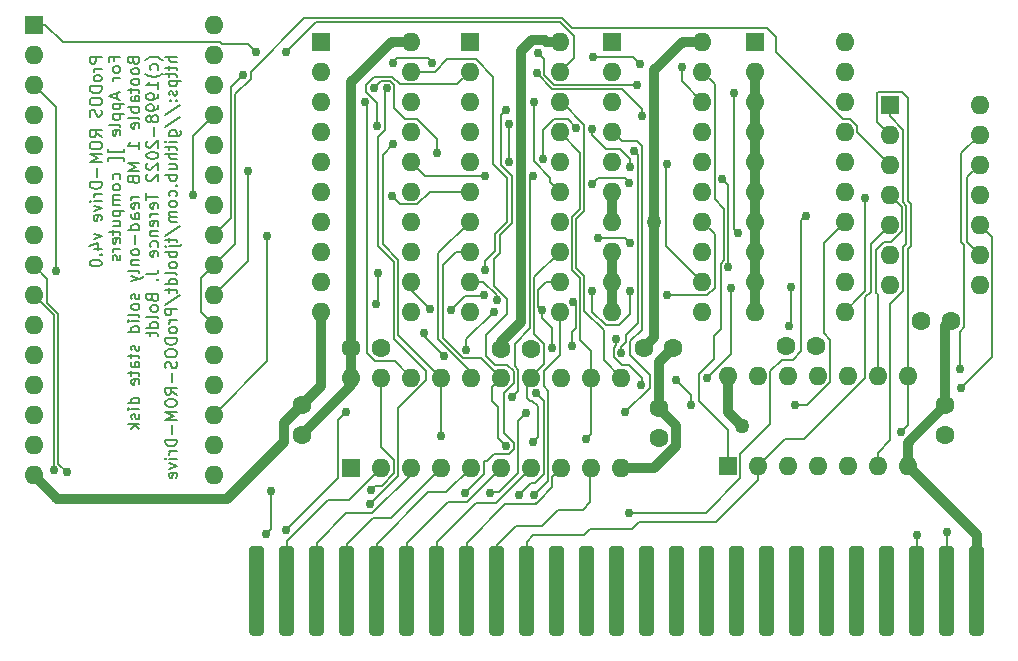
<source format=gbr>
G04 #@! TF.GenerationSoftware,KiCad,Pcbnew,(6.0.2-0)*
G04 #@! TF.CreationDate,2022-03-19T10:19:41-04:00*
G04 #@! TF.ProjectId,ProDOS ROM-Drive,50726f44-4f53-4205-924f-4d2d44726976,4.0*
G04 #@! TF.SameCoordinates,Original*
G04 #@! TF.FileFunction,Copper,L2,Bot*
G04 #@! TF.FilePolarity,Positive*
%FSLAX46Y46*%
G04 Gerber Fmt 4.6, Leading zero omitted, Abs format (unit mm)*
G04 Created by KiCad (PCBNEW (6.0.2-0)) date 2022-03-19 10:19:41*
%MOMM*%
%LPD*%
G01*
G04 APERTURE LIST*
%ADD10C,0.149860*%
G04 #@! TA.AperFunction,NonConductor*
%ADD11C,0.149860*%
G04 #@! TD*
G04 #@! TA.AperFunction,ComponentPad*
%ADD12R,1.600000X1.600000*%
G04 #@! TD*
G04 #@! TA.AperFunction,ComponentPad*
%ADD13O,1.600000X1.600000*%
G04 #@! TD*
G04 #@! TA.AperFunction,ComponentPad*
%ADD14C,1.600000*%
G04 #@! TD*
G04 #@! TA.AperFunction,ViaPad*
%ADD15C,1.270000*%
G04 #@! TD*
G04 #@! TA.AperFunction,ViaPad*
%ADD16C,0.762000*%
G04 #@! TD*
G04 #@! TA.AperFunction,Conductor*
%ADD17C,0.812800*%
G04 #@! TD*
G04 #@! TA.AperFunction,Conductor*
%ADD18C,0.177800*%
G04 #@! TD*
G04 APERTURE END LIST*
D10*
D11*
X42622796Y-27765266D02*
X41632196Y-27765266D01*
X41632196Y-28142637D01*
X41679368Y-28236980D01*
X41726539Y-28284151D01*
X41820882Y-28331323D01*
X41962396Y-28331323D01*
X42056739Y-28284151D01*
X42103910Y-28236980D01*
X42151082Y-28142637D01*
X42151082Y-27765266D01*
X42622796Y-28755866D02*
X41962396Y-28755866D01*
X42151082Y-28755866D02*
X42056739Y-28803037D01*
X42009568Y-28850209D01*
X41962396Y-28944551D01*
X41962396Y-29038894D01*
X42622796Y-29510609D02*
X42575625Y-29416266D01*
X42528453Y-29369094D01*
X42434110Y-29321923D01*
X42151082Y-29321923D01*
X42056739Y-29369094D01*
X42009568Y-29416266D01*
X41962396Y-29510609D01*
X41962396Y-29652123D01*
X42009568Y-29746466D01*
X42056739Y-29793637D01*
X42151082Y-29840809D01*
X42434110Y-29840809D01*
X42528453Y-29793637D01*
X42575625Y-29746466D01*
X42622796Y-29652123D01*
X42622796Y-29510609D01*
X42622796Y-30265351D02*
X41632196Y-30265351D01*
X41632196Y-30501209D01*
X41679368Y-30642723D01*
X41773710Y-30737066D01*
X41868053Y-30784237D01*
X42056739Y-30831409D01*
X42198253Y-30831409D01*
X42386939Y-30784237D01*
X42481282Y-30737066D01*
X42575625Y-30642723D01*
X42622796Y-30501209D01*
X42622796Y-30265351D01*
X41632196Y-31444637D02*
X41632196Y-31633323D01*
X41679368Y-31727666D01*
X41773710Y-31822009D01*
X41962396Y-31869180D01*
X42292596Y-31869180D01*
X42481282Y-31822009D01*
X42575625Y-31727666D01*
X42622796Y-31633323D01*
X42622796Y-31444637D01*
X42575625Y-31350294D01*
X42481282Y-31255951D01*
X42292596Y-31208780D01*
X41962396Y-31208780D01*
X41773710Y-31255951D01*
X41679368Y-31350294D01*
X41632196Y-31444637D01*
X42575625Y-32246551D02*
X42622796Y-32388066D01*
X42622796Y-32623923D01*
X42575625Y-32718266D01*
X42528453Y-32765437D01*
X42434110Y-32812609D01*
X42339768Y-32812609D01*
X42245425Y-32765437D01*
X42198253Y-32718266D01*
X42151082Y-32623923D01*
X42103910Y-32435237D01*
X42056739Y-32340894D01*
X42009568Y-32293723D01*
X41915225Y-32246551D01*
X41820882Y-32246551D01*
X41726539Y-32293723D01*
X41679368Y-32340894D01*
X41632196Y-32435237D01*
X41632196Y-32671094D01*
X41679368Y-32812609D01*
X42622796Y-34557951D02*
X42151082Y-34227751D01*
X42622796Y-33991894D02*
X41632196Y-33991894D01*
X41632196Y-34369266D01*
X41679368Y-34463609D01*
X41726539Y-34510780D01*
X41820882Y-34557951D01*
X41962396Y-34557951D01*
X42056739Y-34510780D01*
X42103910Y-34463609D01*
X42151082Y-34369266D01*
X42151082Y-33991894D01*
X41632196Y-35171180D02*
X41632196Y-35359866D01*
X41679368Y-35454209D01*
X41773710Y-35548551D01*
X41962396Y-35595723D01*
X42292596Y-35595723D01*
X42481282Y-35548551D01*
X42575625Y-35454209D01*
X42622796Y-35359866D01*
X42622796Y-35171180D01*
X42575625Y-35076837D01*
X42481282Y-34982494D01*
X42292596Y-34935323D01*
X41962396Y-34935323D01*
X41773710Y-34982494D01*
X41679368Y-35076837D01*
X41632196Y-35171180D01*
X42622796Y-36020266D02*
X41632196Y-36020266D01*
X42339768Y-36350466D01*
X41632196Y-36680666D01*
X42622796Y-36680666D01*
X42245425Y-37152380D02*
X42245425Y-37907123D01*
X42622796Y-38378837D02*
X41632196Y-38378837D01*
X41632196Y-38614694D01*
X41679368Y-38756209D01*
X41773710Y-38850551D01*
X41868053Y-38897723D01*
X42056739Y-38944894D01*
X42198253Y-38944894D01*
X42386939Y-38897723D01*
X42481282Y-38850551D01*
X42575625Y-38756209D01*
X42622796Y-38614694D01*
X42622796Y-38378837D01*
X42622796Y-39369437D02*
X41962396Y-39369437D01*
X42151082Y-39369437D02*
X42056739Y-39416609D01*
X42009568Y-39463780D01*
X41962396Y-39558123D01*
X41962396Y-39652466D01*
X42622796Y-39982666D02*
X41962396Y-39982666D01*
X41632196Y-39982666D02*
X41679368Y-39935494D01*
X41726539Y-39982666D01*
X41679368Y-40029837D01*
X41632196Y-39982666D01*
X41726539Y-39982666D01*
X41962396Y-40360037D02*
X42622796Y-40595894D01*
X41962396Y-40831751D01*
X42575625Y-41586494D02*
X42622796Y-41492151D01*
X42622796Y-41303466D01*
X42575625Y-41209123D01*
X42481282Y-41161951D01*
X42103910Y-41161951D01*
X42009568Y-41209123D01*
X41962396Y-41303466D01*
X41962396Y-41492151D01*
X42009568Y-41586494D01*
X42103910Y-41633666D01*
X42198253Y-41633666D01*
X42292596Y-41161951D01*
X41962396Y-42718609D02*
X42622796Y-42954466D01*
X41962396Y-43190323D01*
X41962396Y-43992237D02*
X42622796Y-43992237D01*
X41585025Y-43756380D02*
X42292596Y-43520523D01*
X42292596Y-44133751D01*
X42528453Y-44511123D02*
X42575625Y-44558294D01*
X42622796Y-44511123D01*
X42575625Y-44463951D01*
X42528453Y-44511123D01*
X42622796Y-44511123D01*
X41632196Y-45171523D02*
X41632196Y-45265866D01*
X41679368Y-45360209D01*
X41726539Y-45407380D01*
X41820882Y-45454551D01*
X42009568Y-45501723D01*
X42245425Y-45501723D01*
X42434110Y-45454551D01*
X42528453Y-45407380D01*
X42575625Y-45360209D01*
X42622796Y-45265866D01*
X42622796Y-45171523D01*
X42575625Y-45077180D01*
X42528453Y-45030009D01*
X42434110Y-44982837D01*
X42245425Y-44935666D01*
X42009568Y-44935666D01*
X41820882Y-44982837D01*
X41726539Y-45030009D01*
X41679368Y-45077180D01*
X41632196Y-45171523D01*
X43698776Y-28095466D02*
X43698776Y-27765266D01*
X44217662Y-27765266D02*
X43227062Y-27765266D01*
X43227062Y-28236980D01*
X44217662Y-28755866D02*
X44170491Y-28661523D01*
X44123319Y-28614351D01*
X44028976Y-28567180D01*
X43745948Y-28567180D01*
X43651605Y-28614351D01*
X43604434Y-28661523D01*
X43557262Y-28755866D01*
X43557262Y-28897380D01*
X43604434Y-28991723D01*
X43651605Y-29038894D01*
X43745948Y-29086066D01*
X44028976Y-29086066D01*
X44123319Y-29038894D01*
X44170491Y-28991723D01*
X44217662Y-28897380D01*
X44217662Y-28755866D01*
X44217662Y-29510609D02*
X43557262Y-29510609D01*
X43745948Y-29510609D02*
X43651605Y-29557780D01*
X43604434Y-29604951D01*
X43557262Y-29699294D01*
X43557262Y-29793637D01*
X43934634Y-30831409D02*
X43934634Y-31303123D01*
X44217662Y-30737066D02*
X43227062Y-31067266D01*
X44217662Y-31397466D01*
X43557262Y-31727666D02*
X44547862Y-31727666D01*
X43604434Y-31727666D02*
X43557262Y-31822009D01*
X43557262Y-32010694D01*
X43604434Y-32105037D01*
X43651605Y-32152209D01*
X43745948Y-32199380D01*
X44028976Y-32199380D01*
X44123319Y-32152209D01*
X44170491Y-32105037D01*
X44217662Y-32010694D01*
X44217662Y-31822009D01*
X44170491Y-31727666D01*
X43557262Y-32623923D02*
X44547862Y-32623923D01*
X43604434Y-32623923D02*
X43557262Y-32718266D01*
X43557262Y-32906951D01*
X43604434Y-33001294D01*
X43651605Y-33048466D01*
X43745948Y-33095637D01*
X44028976Y-33095637D01*
X44123319Y-33048466D01*
X44170491Y-33001294D01*
X44217662Y-32906951D01*
X44217662Y-32718266D01*
X44170491Y-32623923D01*
X44217662Y-33661694D02*
X44170491Y-33567351D01*
X44076148Y-33520180D01*
X43227062Y-33520180D01*
X44170491Y-34416437D02*
X44217662Y-34322094D01*
X44217662Y-34133408D01*
X44170491Y-34039066D01*
X44076148Y-33991894D01*
X43698776Y-33991894D01*
X43604434Y-34039066D01*
X43557262Y-34133408D01*
X43557262Y-34322094D01*
X43604434Y-34416437D01*
X43698776Y-34463608D01*
X43793119Y-34463608D01*
X43887462Y-33991894D01*
X44547862Y-35548551D02*
X44547862Y-35784408D01*
X43132719Y-35784408D01*
X43132719Y-35548551D01*
X44547862Y-36586323D02*
X44547862Y-36350466D01*
X43132719Y-36350466D01*
X43132719Y-36586323D01*
X44170491Y-38142980D02*
X44217662Y-38048637D01*
X44217662Y-37859951D01*
X44170491Y-37765608D01*
X44123319Y-37718437D01*
X44028976Y-37671266D01*
X43745948Y-37671266D01*
X43651605Y-37718437D01*
X43604434Y-37765608D01*
X43557262Y-37859951D01*
X43557262Y-38048637D01*
X43604434Y-38142980D01*
X44217662Y-38709037D02*
X44170491Y-38614694D01*
X44123319Y-38567523D01*
X44028976Y-38520351D01*
X43745948Y-38520351D01*
X43651605Y-38567523D01*
X43604434Y-38614694D01*
X43557262Y-38709037D01*
X43557262Y-38850551D01*
X43604434Y-38944894D01*
X43651605Y-38992066D01*
X43745948Y-39039237D01*
X44028976Y-39039237D01*
X44123319Y-38992066D01*
X44170491Y-38944894D01*
X44217662Y-38850551D01*
X44217662Y-38709037D01*
X44217662Y-39463780D02*
X43557262Y-39463780D01*
X43651605Y-39463780D02*
X43604434Y-39510951D01*
X43557262Y-39605294D01*
X43557262Y-39746808D01*
X43604434Y-39841151D01*
X43698776Y-39888323D01*
X44217662Y-39888323D01*
X43698776Y-39888323D02*
X43604434Y-39935494D01*
X43557262Y-40029837D01*
X43557262Y-40171351D01*
X43604434Y-40265694D01*
X43698776Y-40312866D01*
X44217662Y-40312866D01*
X43557262Y-40784580D02*
X44547862Y-40784580D01*
X43604434Y-40784580D02*
X43557262Y-40878923D01*
X43557262Y-41067608D01*
X43604434Y-41161951D01*
X43651605Y-41209123D01*
X43745948Y-41256294D01*
X44028976Y-41256294D01*
X44123319Y-41209123D01*
X44170491Y-41161951D01*
X44217662Y-41067608D01*
X44217662Y-40878923D01*
X44170491Y-40784580D01*
X43557262Y-42105380D02*
X44217662Y-42105380D01*
X43557262Y-41680837D02*
X44076148Y-41680837D01*
X44170491Y-41728008D01*
X44217662Y-41822351D01*
X44217662Y-41963866D01*
X44170491Y-42058208D01*
X44123319Y-42105380D01*
X43557262Y-42435580D02*
X43557262Y-42812951D01*
X43227062Y-42577094D02*
X44076148Y-42577094D01*
X44170491Y-42624266D01*
X44217662Y-42718608D01*
X44217662Y-42812951D01*
X44170491Y-43520523D02*
X44217662Y-43426180D01*
X44217662Y-43237494D01*
X44170491Y-43143151D01*
X44076148Y-43095980D01*
X43698776Y-43095980D01*
X43604434Y-43143151D01*
X43557262Y-43237494D01*
X43557262Y-43426180D01*
X43604434Y-43520523D01*
X43698776Y-43567694D01*
X43793119Y-43567694D01*
X43887462Y-43095980D01*
X44217662Y-43992237D02*
X43557262Y-43992237D01*
X43745948Y-43992237D02*
X43651605Y-44039408D01*
X43604434Y-44086580D01*
X43557262Y-44180923D01*
X43557262Y-44275266D01*
X44170491Y-44558294D02*
X44217662Y-44652637D01*
X44217662Y-44841323D01*
X44170491Y-44935666D01*
X44076148Y-44982837D01*
X44028976Y-44982837D01*
X43934634Y-44935666D01*
X43887462Y-44841323D01*
X43887462Y-44699808D01*
X43840291Y-44605466D01*
X43745948Y-44558294D01*
X43698776Y-44558294D01*
X43604434Y-44605466D01*
X43557262Y-44699808D01*
X43557262Y-44841323D01*
X43604434Y-44935666D01*
X45293642Y-28095466D02*
X45340814Y-28236980D01*
X45387985Y-28284151D01*
X45482328Y-28331323D01*
X45623842Y-28331323D01*
X45718185Y-28284151D01*
X45765357Y-28236980D01*
X45812528Y-28142637D01*
X45812528Y-27765266D01*
X44821928Y-27765266D01*
X44821928Y-28095466D01*
X44869100Y-28189809D01*
X44916271Y-28236980D01*
X45010614Y-28284151D01*
X45104957Y-28284151D01*
X45199300Y-28236980D01*
X45246471Y-28189809D01*
X45293642Y-28095466D01*
X45293642Y-27765266D01*
X45812528Y-28897380D02*
X45765357Y-28803037D01*
X45718185Y-28755866D01*
X45623842Y-28708694D01*
X45340814Y-28708694D01*
X45246471Y-28755866D01*
X45199300Y-28803037D01*
X45152128Y-28897380D01*
X45152128Y-29038894D01*
X45199300Y-29133237D01*
X45246471Y-29180409D01*
X45340814Y-29227580D01*
X45623842Y-29227580D01*
X45718185Y-29180409D01*
X45765357Y-29133237D01*
X45812528Y-29038894D01*
X45812528Y-28897380D01*
X45812528Y-29793637D02*
X45765357Y-29699294D01*
X45718185Y-29652123D01*
X45623842Y-29604951D01*
X45340814Y-29604951D01*
X45246471Y-29652123D01*
X45199300Y-29699294D01*
X45152128Y-29793637D01*
X45152128Y-29935151D01*
X45199300Y-30029494D01*
X45246471Y-30076666D01*
X45340814Y-30123837D01*
X45623842Y-30123837D01*
X45718185Y-30076666D01*
X45765357Y-30029494D01*
X45812528Y-29935151D01*
X45812528Y-29793637D01*
X45152128Y-30406866D02*
X45152128Y-30784237D01*
X44821928Y-30548380D02*
X45671014Y-30548380D01*
X45765357Y-30595551D01*
X45812528Y-30689894D01*
X45812528Y-30784237D01*
X45812528Y-31538980D02*
X45293642Y-31538980D01*
X45199300Y-31491809D01*
X45152128Y-31397466D01*
X45152128Y-31208780D01*
X45199300Y-31114437D01*
X45765357Y-31538980D02*
X45812528Y-31444637D01*
X45812528Y-31208780D01*
X45765357Y-31114437D01*
X45671014Y-31067266D01*
X45576671Y-31067266D01*
X45482328Y-31114437D01*
X45435157Y-31208780D01*
X45435157Y-31444637D01*
X45387985Y-31538980D01*
X45812528Y-32010694D02*
X44821928Y-32010694D01*
X45199300Y-32010694D02*
X45152128Y-32105037D01*
X45152128Y-32293723D01*
X45199300Y-32388066D01*
X45246471Y-32435237D01*
X45340814Y-32482409D01*
X45623842Y-32482409D01*
X45718185Y-32435237D01*
X45765357Y-32388066D01*
X45812528Y-32293723D01*
X45812528Y-32105037D01*
X45765357Y-32010694D01*
X45812528Y-33048466D02*
X45765357Y-32954123D01*
X45671014Y-32906951D01*
X44821928Y-32906951D01*
X45765357Y-33803208D02*
X45812528Y-33708866D01*
X45812528Y-33520180D01*
X45765357Y-33425837D01*
X45671014Y-33378666D01*
X45293642Y-33378666D01*
X45199300Y-33425837D01*
X45152128Y-33520180D01*
X45152128Y-33708866D01*
X45199300Y-33803208D01*
X45293642Y-33850380D01*
X45387985Y-33850380D01*
X45482328Y-33378666D01*
X45812528Y-35548551D02*
X45812528Y-34982494D01*
X45812528Y-35265523D02*
X44821928Y-35265523D01*
X44963442Y-35171180D01*
X45057785Y-35076837D01*
X45104957Y-34982494D01*
X45812528Y-36727837D02*
X44821928Y-36727837D01*
X45529500Y-37058037D01*
X44821928Y-37388237D01*
X45812528Y-37388237D01*
X45293642Y-38190151D02*
X45340814Y-38331666D01*
X45387985Y-38378837D01*
X45482328Y-38426009D01*
X45623842Y-38426009D01*
X45718185Y-38378837D01*
X45765357Y-38331666D01*
X45812528Y-38237323D01*
X45812528Y-37859951D01*
X44821928Y-37859951D01*
X44821928Y-38190151D01*
X44869100Y-38284494D01*
X44916271Y-38331666D01*
X45010614Y-38378837D01*
X45104957Y-38378837D01*
X45199300Y-38331666D01*
X45246471Y-38284494D01*
X45293642Y-38190151D01*
X45293642Y-37859951D01*
X45812528Y-39605294D02*
X45152128Y-39605294D01*
X45340814Y-39605294D02*
X45246471Y-39652466D01*
X45199300Y-39699637D01*
X45152128Y-39793980D01*
X45152128Y-39888323D01*
X45765357Y-40595894D02*
X45812528Y-40501551D01*
X45812528Y-40312866D01*
X45765357Y-40218523D01*
X45671014Y-40171351D01*
X45293642Y-40171351D01*
X45199300Y-40218523D01*
X45152128Y-40312866D01*
X45152128Y-40501551D01*
X45199300Y-40595894D01*
X45293642Y-40643066D01*
X45387985Y-40643066D01*
X45482328Y-40171351D01*
X45812528Y-41492151D02*
X45293642Y-41492151D01*
X45199300Y-41444980D01*
X45152128Y-41350637D01*
X45152128Y-41161951D01*
X45199300Y-41067608D01*
X45765357Y-41492151D02*
X45812528Y-41397808D01*
X45812528Y-41161951D01*
X45765357Y-41067608D01*
X45671014Y-41020437D01*
X45576671Y-41020437D01*
X45482328Y-41067608D01*
X45435157Y-41161951D01*
X45435157Y-41397808D01*
X45387985Y-41492151D01*
X45812528Y-42388408D02*
X44821928Y-42388408D01*
X45765357Y-42388408D02*
X45812528Y-42294066D01*
X45812528Y-42105380D01*
X45765357Y-42011037D01*
X45718185Y-41963866D01*
X45623842Y-41916694D01*
X45340814Y-41916694D01*
X45246471Y-41963866D01*
X45199300Y-42011037D01*
X45152128Y-42105380D01*
X45152128Y-42294066D01*
X45199300Y-42388408D01*
X45435157Y-42860123D02*
X45435157Y-43614866D01*
X45812528Y-44228094D02*
X45765357Y-44133751D01*
X45718185Y-44086580D01*
X45623842Y-44039408D01*
X45340814Y-44039408D01*
X45246471Y-44086580D01*
X45199300Y-44133751D01*
X45152128Y-44228094D01*
X45152128Y-44369608D01*
X45199300Y-44463951D01*
X45246471Y-44511123D01*
X45340814Y-44558294D01*
X45623842Y-44558294D01*
X45718185Y-44511123D01*
X45765357Y-44463951D01*
X45812528Y-44369608D01*
X45812528Y-44228094D01*
X45152128Y-44982837D02*
X45812528Y-44982837D01*
X45246471Y-44982837D02*
X45199300Y-45030008D01*
X45152128Y-45124351D01*
X45152128Y-45265866D01*
X45199300Y-45360208D01*
X45293642Y-45407380D01*
X45812528Y-45407380D01*
X45812528Y-46020608D02*
X45765357Y-45926266D01*
X45671014Y-45879094D01*
X44821928Y-45879094D01*
X45152128Y-46303637D02*
X45812528Y-46539494D01*
X45152128Y-46775351D02*
X45812528Y-46539494D01*
X46048385Y-46445151D01*
X46095557Y-46397980D01*
X46142728Y-46303637D01*
X45765357Y-47860294D02*
X45812528Y-47954637D01*
X45812528Y-48143323D01*
X45765357Y-48237666D01*
X45671014Y-48284837D01*
X45623842Y-48284837D01*
X45529500Y-48237666D01*
X45482328Y-48143323D01*
X45482328Y-48001808D01*
X45435157Y-47907466D01*
X45340814Y-47860294D01*
X45293642Y-47860294D01*
X45199300Y-47907466D01*
X45152128Y-48001808D01*
X45152128Y-48143323D01*
X45199300Y-48237666D01*
X45812528Y-48850894D02*
X45765357Y-48756551D01*
X45718185Y-48709380D01*
X45623842Y-48662208D01*
X45340814Y-48662208D01*
X45246471Y-48709380D01*
X45199300Y-48756551D01*
X45152128Y-48850894D01*
X45152128Y-48992408D01*
X45199300Y-49086751D01*
X45246471Y-49133923D01*
X45340814Y-49181094D01*
X45623842Y-49181094D01*
X45718185Y-49133923D01*
X45765357Y-49086751D01*
X45812528Y-48992408D01*
X45812528Y-48850894D01*
X45812528Y-49747151D02*
X45765357Y-49652808D01*
X45671014Y-49605637D01*
X44821928Y-49605637D01*
X45812528Y-50124523D02*
X45152128Y-50124523D01*
X44821928Y-50124523D02*
X44869100Y-50077351D01*
X44916271Y-50124523D01*
X44869100Y-50171694D01*
X44821928Y-50124523D01*
X44916271Y-50124523D01*
X45812528Y-51020780D02*
X44821928Y-51020780D01*
X45765357Y-51020780D02*
X45812528Y-50926437D01*
X45812528Y-50737751D01*
X45765357Y-50643408D01*
X45718185Y-50596237D01*
X45623842Y-50549066D01*
X45340814Y-50549066D01*
X45246471Y-50596237D01*
X45199300Y-50643408D01*
X45152128Y-50737751D01*
X45152128Y-50926437D01*
X45199300Y-51020780D01*
X45765357Y-52200066D02*
X45812528Y-52294408D01*
X45812528Y-52483094D01*
X45765357Y-52577437D01*
X45671014Y-52624608D01*
X45623842Y-52624608D01*
X45529500Y-52577437D01*
X45482328Y-52483094D01*
X45482328Y-52341580D01*
X45435157Y-52247237D01*
X45340814Y-52200066D01*
X45293642Y-52200066D01*
X45199300Y-52247237D01*
X45152128Y-52341580D01*
X45152128Y-52483094D01*
X45199300Y-52577437D01*
X45152128Y-52907637D02*
X45152128Y-53285008D01*
X44821928Y-53049151D02*
X45671014Y-53049151D01*
X45765357Y-53096323D01*
X45812528Y-53190666D01*
X45812528Y-53285008D01*
X45812528Y-54039751D02*
X45293642Y-54039751D01*
X45199300Y-53992580D01*
X45152128Y-53898237D01*
X45152128Y-53709551D01*
X45199300Y-53615208D01*
X45765357Y-54039751D02*
X45812528Y-53945408D01*
X45812528Y-53709551D01*
X45765357Y-53615208D01*
X45671014Y-53568037D01*
X45576671Y-53568037D01*
X45482328Y-53615208D01*
X45435157Y-53709551D01*
X45435157Y-53945408D01*
X45387985Y-54039751D01*
X45152128Y-54369951D02*
X45152128Y-54747323D01*
X44821928Y-54511466D02*
X45671014Y-54511466D01*
X45765357Y-54558637D01*
X45812528Y-54652980D01*
X45812528Y-54747323D01*
X45765357Y-55454894D02*
X45812528Y-55360551D01*
X45812528Y-55171866D01*
X45765357Y-55077523D01*
X45671014Y-55030351D01*
X45293642Y-55030351D01*
X45199300Y-55077523D01*
X45152128Y-55171866D01*
X45152128Y-55360551D01*
X45199300Y-55454894D01*
X45293642Y-55502066D01*
X45387985Y-55502066D01*
X45482328Y-55030351D01*
X45812528Y-57105894D02*
X44821928Y-57105894D01*
X45765357Y-57105894D02*
X45812528Y-57011551D01*
X45812528Y-56822866D01*
X45765357Y-56728523D01*
X45718185Y-56681351D01*
X45623842Y-56634180D01*
X45340814Y-56634180D01*
X45246471Y-56681351D01*
X45199300Y-56728523D01*
X45152128Y-56822866D01*
X45152128Y-57011551D01*
X45199300Y-57105894D01*
X45812528Y-57577608D02*
X45152128Y-57577608D01*
X44821928Y-57577608D02*
X44869100Y-57530437D01*
X44916271Y-57577608D01*
X44869100Y-57624780D01*
X44821928Y-57577608D01*
X44916271Y-57577608D01*
X45765357Y-58002151D02*
X45812528Y-58096494D01*
X45812528Y-58285180D01*
X45765357Y-58379523D01*
X45671014Y-58426694D01*
X45623842Y-58426694D01*
X45529500Y-58379523D01*
X45482328Y-58285180D01*
X45482328Y-58143666D01*
X45435157Y-58049323D01*
X45340814Y-58002151D01*
X45293642Y-58002151D01*
X45199300Y-58049323D01*
X45152128Y-58143666D01*
X45152128Y-58285180D01*
X45199300Y-58379523D01*
X45812528Y-58851237D02*
X44821928Y-58851237D01*
X45435157Y-58945580D02*
X45812528Y-59228608D01*
X45152128Y-59228608D02*
X45529500Y-58851237D01*
X47784766Y-28048294D02*
X47737594Y-28001123D01*
X47596080Y-27906780D01*
X47501737Y-27859609D01*
X47360223Y-27812437D01*
X47124366Y-27765266D01*
X46935680Y-27765266D01*
X46699823Y-27812437D01*
X46558308Y-27859609D01*
X46463966Y-27906780D01*
X46322451Y-28001123D01*
X46275280Y-28048294D01*
X47360223Y-28850209D02*
X47407394Y-28755866D01*
X47407394Y-28567180D01*
X47360223Y-28472837D01*
X47313051Y-28425666D01*
X47218708Y-28378494D01*
X46935680Y-28378494D01*
X46841337Y-28425666D01*
X46794166Y-28472837D01*
X46746994Y-28567180D01*
X46746994Y-28755866D01*
X46794166Y-28850209D01*
X47784766Y-29180409D02*
X47737594Y-29227580D01*
X47596080Y-29321923D01*
X47501737Y-29369094D01*
X47360223Y-29416266D01*
X47124366Y-29463437D01*
X46935680Y-29463437D01*
X46699823Y-29416266D01*
X46558308Y-29369094D01*
X46463966Y-29321923D01*
X46322451Y-29227580D01*
X46275280Y-29180409D01*
X47407394Y-30454037D02*
X47407394Y-29887980D01*
X47407394Y-30171009D02*
X46416794Y-30171009D01*
X46558308Y-30076666D01*
X46652651Y-29982323D01*
X46699823Y-29887980D01*
X47407394Y-30925751D02*
X47407394Y-31114437D01*
X47360223Y-31208780D01*
X47313051Y-31255951D01*
X47171537Y-31350294D01*
X46982851Y-31397466D01*
X46605480Y-31397466D01*
X46511137Y-31350294D01*
X46463966Y-31303123D01*
X46416794Y-31208780D01*
X46416794Y-31020094D01*
X46463966Y-30925751D01*
X46511137Y-30878580D01*
X46605480Y-30831409D01*
X46841337Y-30831409D01*
X46935680Y-30878580D01*
X46982851Y-30925751D01*
X47030023Y-31020094D01*
X47030023Y-31208780D01*
X46982851Y-31303123D01*
X46935680Y-31350294D01*
X46841337Y-31397466D01*
X47407394Y-31869180D02*
X47407394Y-32057866D01*
X47360223Y-32152209D01*
X47313051Y-32199380D01*
X47171537Y-32293723D01*
X46982851Y-32340894D01*
X46605480Y-32340894D01*
X46511137Y-32293723D01*
X46463966Y-32246551D01*
X46416794Y-32152209D01*
X46416794Y-31963523D01*
X46463966Y-31869180D01*
X46511137Y-31822009D01*
X46605480Y-31774837D01*
X46841337Y-31774837D01*
X46935680Y-31822009D01*
X46982851Y-31869180D01*
X47030023Y-31963523D01*
X47030023Y-32152209D01*
X46982851Y-32246551D01*
X46935680Y-32293723D01*
X46841337Y-32340894D01*
X46841337Y-32906951D02*
X46794166Y-32812609D01*
X46746994Y-32765437D01*
X46652651Y-32718266D01*
X46605480Y-32718266D01*
X46511137Y-32765437D01*
X46463966Y-32812609D01*
X46416794Y-32906951D01*
X46416794Y-33095637D01*
X46463966Y-33189980D01*
X46511137Y-33237151D01*
X46605480Y-33284323D01*
X46652651Y-33284323D01*
X46746994Y-33237151D01*
X46794166Y-33189980D01*
X46841337Y-33095637D01*
X46841337Y-32906951D01*
X46888508Y-32812609D01*
X46935680Y-32765437D01*
X47030023Y-32718266D01*
X47218708Y-32718266D01*
X47313051Y-32765437D01*
X47360223Y-32812609D01*
X47407394Y-32906951D01*
X47407394Y-33095637D01*
X47360223Y-33189980D01*
X47313051Y-33237151D01*
X47218708Y-33284323D01*
X47030023Y-33284323D01*
X46935680Y-33237151D01*
X46888508Y-33189980D01*
X46841337Y-33095637D01*
X47030023Y-33708866D02*
X47030023Y-34463609D01*
X46511137Y-34888151D02*
X46463966Y-34935323D01*
X46416794Y-35029666D01*
X46416794Y-35265523D01*
X46463966Y-35359866D01*
X46511137Y-35407037D01*
X46605480Y-35454208D01*
X46699823Y-35454208D01*
X46841337Y-35407037D01*
X47407394Y-34840980D01*
X47407394Y-35454208D01*
X46416794Y-36067437D02*
X46416794Y-36161780D01*
X46463966Y-36256123D01*
X46511137Y-36303294D01*
X46605480Y-36350466D01*
X46794166Y-36397637D01*
X47030023Y-36397637D01*
X47218708Y-36350466D01*
X47313051Y-36303294D01*
X47360223Y-36256123D01*
X47407394Y-36161780D01*
X47407394Y-36067437D01*
X47360223Y-35973094D01*
X47313051Y-35925923D01*
X47218708Y-35878751D01*
X47030023Y-35831580D01*
X46794166Y-35831580D01*
X46605480Y-35878751D01*
X46511137Y-35925923D01*
X46463966Y-35973094D01*
X46416794Y-36067437D01*
X46511137Y-36775008D02*
X46463966Y-36822180D01*
X46416794Y-36916523D01*
X46416794Y-37152380D01*
X46463966Y-37246723D01*
X46511137Y-37293894D01*
X46605480Y-37341066D01*
X46699823Y-37341066D01*
X46841337Y-37293894D01*
X47407394Y-36727837D01*
X47407394Y-37341066D01*
X46511137Y-37718437D02*
X46463966Y-37765608D01*
X46416794Y-37859951D01*
X46416794Y-38095808D01*
X46463966Y-38190151D01*
X46511137Y-38237323D01*
X46605480Y-38284494D01*
X46699823Y-38284494D01*
X46841337Y-38237323D01*
X47407394Y-37671266D01*
X47407394Y-38284494D01*
X46416794Y-39322266D02*
X46416794Y-39888323D01*
X47407394Y-39605294D02*
X46416794Y-39605294D01*
X47360223Y-40595894D02*
X47407394Y-40501551D01*
X47407394Y-40312866D01*
X47360223Y-40218523D01*
X47265880Y-40171351D01*
X46888508Y-40171351D01*
X46794166Y-40218523D01*
X46746994Y-40312866D01*
X46746994Y-40501551D01*
X46794166Y-40595894D01*
X46888508Y-40643066D01*
X46982851Y-40643066D01*
X47077194Y-40171351D01*
X47407394Y-41067608D02*
X46746994Y-41067608D01*
X46935680Y-41067608D02*
X46841337Y-41114780D01*
X46794166Y-41161951D01*
X46746994Y-41256294D01*
X46746994Y-41350637D01*
X47360223Y-42058208D02*
X47407394Y-41963866D01*
X47407394Y-41775180D01*
X47360223Y-41680837D01*
X47265880Y-41633666D01*
X46888508Y-41633666D01*
X46794166Y-41680837D01*
X46746994Y-41775180D01*
X46746994Y-41963866D01*
X46794166Y-42058208D01*
X46888508Y-42105380D01*
X46982851Y-42105380D01*
X47077194Y-41633666D01*
X46746994Y-42529923D02*
X47407394Y-42529923D01*
X46841337Y-42529923D02*
X46794166Y-42577094D01*
X46746994Y-42671437D01*
X46746994Y-42812951D01*
X46794166Y-42907294D01*
X46888508Y-42954466D01*
X47407394Y-42954466D01*
X47360223Y-43850723D02*
X47407394Y-43756380D01*
X47407394Y-43567694D01*
X47360223Y-43473351D01*
X47313051Y-43426180D01*
X47218708Y-43379008D01*
X46935680Y-43379008D01*
X46841337Y-43426180D01*
X46794166Y-43473351D01*
X46746994Y-43567694D01*
X46746994Y-43756380D01*
X46794166Y-43850723D01*
X47360223Y-44652637D02*
X47407394Y-44558294D01*
X47407394Y-44369608D01*
X47360223Y-44275266D01*
X47265880Y-44228094D01*
X46888508Y-44228094D01*
X46794166Y-44275266D01*
X46746994Y-44369608D01*
X46746994Y-44558294D01*
X46794166Y-44652637D01*
X46888508Y-44699808D01*
X46982851Y-44699808D01*
X47077194Y-44228094D01*
X46416794Y-46162123D02*
X47124366Y-46162123D01*
X47265880Y-46114951D01*
X47360223Y-46020608D01*
X47407394Y-45879094D01*
X47407394Y-45784751D01*
X47313051Y-46633837D02*
X47360223Y-46681008D01*
X47407394Y-46633837D01*
X47360223Y-46586666D01*
X47313051Y-46633837D01*
X47407394Y-46633837D01*
X46888508Y-48190494D02*
X46935680Y-48332008D01*
X46982851Y-48379180D01*
X47077194Y-48426351D01*
X47218708Y-48426351D01*
X47313051Y-48379180D01*
X47360223Y-48332008D01*
X47407394Y-48237666D01*
X47407394Y-47860294D01*
X46416794Y-47860294D01*
X46416794Y-48190494D01*
X46463966Y-48284837D01*
X46511137Y-48332008D01*
X46605480Y-48379180D01*
X46699823Y-48379180D01*
X46794166Y-48332008D01*
X46841337Y-48284837D01*
X46888508Y-48190494D01*
X46888508Y-47860294D01*
X47407394Y-48992408D02*
X47360223Y-48898066D01*
X47313051Y-48850894D01*
X47218708Y-48803723D01*
X46935680Y-48803723D01*
X46841337Y-48850894D01*
X46794166Y-48898066D01*
X46746994Y-48992408D01*
X46746994Y-49133923D01*
X46794166Y-49228266D01*
X46841337Y-49275437D01*
X46935680Y-49322608D01*
X47218708Y-49322608D01*
X47313051Y-49275437D01*
X47360223Y-49228266D01*
X47407394Y-49133923D01*
X47407394Y-48992408D01*
X47407394Y-49888666D02*
X47360223Y-49794323D01*
X47265880Y-49747151D01*
X46416794Y-49747151D01*
X47407394Y-50690580D02*
X46416794Y-50690580D01*
X47360223Y-50690580D02*
X47407394Y-50596237D01*
X47407394Y-50407551D01*
X47360223Y-50313208D01*
X47313051Y-50266037D01*
X47218708Y-50218866D01*
X46935680Y-50218866D01*
X46841337Y-50266037D01*
X46794166Y-50313208D01*
X46746994Y-50407551D01*
X46746994Y-50596237D01*
X46794166Y-50690580D01*
X46746994Y-51020780D02*
X46746994Y-51398151D01*
X46416794Y-51162294D02*
X47265880Y-51162294D01*
X47360223Y-51209466D01*
X47407394Y-51303808D01*
X47407394Y-51398151D01*
X49002260Y-27765266D02*
X48011660Y-27765266D01*
X49002260Y-28189809D02*
X48483374Y-28189809D01*
X48389032Y-28142637D01*
X48341860Y-28048294D01*
X48341860Y-27906780D01*
X48389032Y-27812437D01*
X48436203Y-27765266D01*
X48341860Y-28520009D02*
X48341860Y-28897380D01*
X48011660Y-28661523D02*
X48860746Y-28661523D01*
X48955089Y-28708694D01*
X49002260Y-28803037D01*
X49002260Y-28897380D01*
X48341860Y-29086066D02*
X48341860Y-29463437D01*
X48011660Y-29227580D02*
X48860746Y-29227580D01*
X48955089Y-29274751D01*
X49002260Y-29369094D01*
X49002260Y-29463437D01*
X48341860Y-29793637D02*
X49332460Y-29793637D01*
X48389032Y-29793637D02*
X48341860Y-29887980D01*
X48341860Y-30076666D01*
X48389032Y-30171009D01*
X48436203Y-30218180D01*
X48530546Y-30265351D01*
X48813574Y-30265351D01*
X48907917Y-30218180D01*
X48955089Y-30171009D01*
X49002260Y-30076666D01*
X49002260Y-29887980D01*
X48955089Y-29793637D01*
X48955089Y-30642723D02*
X49002260Y-30737066D01*
X49002260Y-30925751D01*
X48955089Y-31020094D01*
X48860746Y-31067266D01*
X48813574Y-31067266D01*
X48719232Y-31020094D01*
X48672060Y-30925751D01*
X48672060Y-30784237D01*
X48624889Y-30689894D01*
X48530546Y-30642723D01*
X48483374Y-30642723D01*
X48389032Y-30689894D01*
X48341860Y-30784237D01*
X48341860Y-30925751D01*
X48389032Y-31020094D01*
X48907917Y-31491809D02*
X48955089Y-31538980D01*
X49002260Y-31491809D01*
X48955089Y-31444637D01*
X48907917Y-31491809D01*
X49002260Y-31491809D01*
X48389032Y-31491809D02*
X48436203Y-31538980D01*
X48483374Y-31491809D01*
X48436203Y-31444637D01*
X48389032Y-31491809D01*
X48483374Y-31491809D01*
X47964489Y-32671094D02*
X49238117Y-31822009D01*
X47964489Y-33708866D02*
X49238117Y-32859780D01*
X48341860Y-34463609D02*
X49143774Y-34463609D01*
X49238117Y-34416437D01*
X49285289Y-34369266D01*
X49332460Y-34274923D01*
X49332460Y-34133409D01*
X49285289Y-34039066D01*
X48955089Y-34463609D02*
X49002260Y-34369266D01*
X49002260Y-34180580D01*
X48955089Y-34086237D01*
X48907917Y-34039066D01*
X48813574Y-33991894D01*
X48530546Y-33991894D01*
X48436203Y-34039066D01*
X48389032Y-34086237D01*
X48341860Y-34180580D01*
X48341860Y-34369266D01*
X48389032Y-34463609D01*
X49002260Y-34935323D02*
X48341860Y-34935323D01*
X48011660Y-34935323D02*
X48058832Y-34888151D01*
X48106003Y-34935323D01*
X48058832Y-34982494D01*
X48011660Y-34935323D01*
X48106003Y-34935323D01*
X48341860Y-35265523D02*
X48341860Y-35642894D01*
X48011660Y-35407037D02*
X48860746Y-35407037D01*
X48955089Y-35454209D01*
X49002260Y-35548551D01*
X49002260Y-35642894D01*
X49002260Y-35973094D02*
X48011660Y-35973094D01*
X49002260Y-36397637D02*
X48483374Y-36397637D01*
X48389032Y-36350466D01*
X48341860Y-36256123D01*
X48341860Y-36114609D01*
X48389032Y-36020266D01*
X48436203Y-35973094D01*
X48341860Y-37293894D02*
X49002260Y-37293894D01*
X48341860Y-36869351D02*
X48860746Y-36869351D01*
X48955089Y-36916523D01*
X49002260Y-37010866D01*
X49002260Y-37152380D01*
X48955089Y-37246723D01*
X48907917Y-37293894D01*
X49002260Y-37765609D02*
X48011660Y-37765609D01*
X48389032Y-37765609D02*
X48341860Y-37859951D01*
X48341860Y-38048637D01*
X48389032Y-38142980D01*
X48436203Y-38190151D01*
X48530546Y-38237323D01*
X48813574Y-38237323D01*
X48907917Y-38190151D01*
X48955089Y-38142980D01*
X49002260Y-38048637D01*
X49002260Y-37859951D01*
X48955089Y-37765609D01*
X48907917Y-38661866D02*
X48955089Y-38709037D01*
X49002260Y-38661866D01*
X48955089Y-38614694D01*
X48907917Y-38661866D01*
X49002260Y-38661866D01*
X48955089Y-39558123D02*
X49002260Y-39463780D01*
X49002260Y-39275094D01*
X48955089Y-39180751D01*
X48907917Y-39133580D01*
X48813574Y-39086409D01*
X48530546Y-39086409D01*
X48436203Y-39133580D01*
X48389032Y-39180751D01*
X48341860Y-39275094D01*
X48341860Y-39463780D01*
X48389032Y-39558123D01*
X49002260Y-40124180D02*
X48955089Y-40029837D01*
X48907917Y-39982666D01*
X48813574Y-39935494D01*
X48530546Y-39935494D01*
X48436203Y-39982666D01*
X48389032Y-40029837D01*
X48341860Y-40124180D01*
X48341860Y-40265694D01*
X48389032Y-40360037D01*
X48436203Y-40407209D01*
X48530546Y-40454380D01*
X48813574Y-40454380D01*
X48907917Y-40407209D01*
X48955089Y-40360037D01*
X49002260Y-40265694D01*
X49002260Y-40124180D01*
X49002260Y-40878923D02*
X48341860Y-40878923D01*
X48436203Y-40878923D02*
X48389032Y-40926094D01*
X48341860Y-41020437D01*
X48341860Y-41161951D01*
X48389032Y-41256294D01*
X48483374Y-41303466D01*
X49002260Y-41303466D01*
X48483374Y-41303466D02*
X48389032Y-41350637D01*
X48341860Y-41444980D01*
X48341860Y-41586494D01*
X48389032Y-41680837D01*
X48483374Y-41728009D01*
X49002260Y-41728009D01*
X47964489Y-42907294D02*
X49238117Y-42058209D01*
X48341860Y-43095980D02*
X48341860Y-43473351D01*
X48011660Y-43237494D02*
X48860746Y-43237494D01*
X48955089Y-43284666D01*
X49002260Y-43379009D01*
X49002260Y-43473351D01*
X48341860Y-43803551D02*
X49190946Y-43803551D01*
X49285289Y-43756380D01*
X49332460Y-43662037D01*
X49332460Y-43614866D01*
X48011660Y-43803551D02*
X48058832Y-43756380D01*
X48106003Y-43803551D01*
X48058832Y-43850723D01*
X48011660Y-43803551D01*
X48106003Y-43803551D01*
X49002260Y-44275266D02*
X48011660Y-44275266D01*
X48389032Y-44275266D02*
X48341860Y-44369609D01*
X48341860Y-44558294D01*
X48389032Y-44652637D01*
X48436203Y-44699809D01*
X48530546Y-44746980D01*
X48813574Y-44746980D01*
X48907917Y-44699809D01*
X48955089Y-44652637D01*
X49002260Y-44558294D01*
X49002260Y-44369609D01*
X48955089Y-44275266D01*
X49002260Y-45313037D02*
X48955089Y-45218694D01*
X48907917Y-45171523D01*
X48813574Y-45124351D01*
X48530546Y-45124351D01*
X48436203Y-45171523D01*
X48389032Y-45218694D01*
X48341860Y-45313037D01*
X48341860Y-45454551D01*
X48389032Y-45548894D01*
X48436203Y-45596066D01*
X48530546Y-45643237D01*
X48813574Y-45643237D01*
X48907917Y-45596066D01*
X48955089Y-45548894D01*
X49002260Y-45454551D01*
X49002260Y-45313037D01*
X49002260Y-46209294D02*
X48955089Y-46114951D01*
X48860746Y-46067780D01*
X48011660Y-46067780D01*
X49002260Y-47011208D02*
X48011660Y-47011208D01*
X48955089Y-47011208D02*
X49002260Y-46916866D01*
X49002260Y-46728180D01*
X48955089Y-46633837D01*
X48907917Y-46586666D01*
X48813574Y-46539494D01*
X48530546Y-46539494D01*
X48436203Y-46586666D01*
X48389032Y-46633837D01*
X48341860Y-46728180D01*
X48341860Y-46916866D01*
X48389032Y-47011208D01*
X48341860Y-47341408D02*
X48341860Y-47718780D01*
X48011660Y-47482923D02*
X48860746Y-47482923D01*
X48955089Y-47530094D01*
X49002260Y-47624437D01*
X49002260Y-47718780D01*
X47964489Y-48756551D02*
X49238117Y-47907466D01*
X49002260Y-49086751D02*
X48011660Y-49086751D01*
X48011660Y-49464123D01*
X48058832Y-49558466D01*
X48106003Y-49605637D01*
X48200346Y-49652808D01*
X48341860Y-49652808D01*
X48436203Y-49605637D01*
X48483374Y-49558466D01*
X48530546Y-49464123D01*
X48530546Y-49086751D01*
X49002260Y-50077351D02*
X48341860Y-50077351D01*
X48530546Y-50077351D02*
X48436203Y-50124523D01*
X48389032Y-50171694D01*
X48341860Y-50266037D01*
X48341860Y-50360380D01*
X49002260Y-50832094D02*
X48955089Y-50737751D01*
X48907917Y-50690580D01*
X48813574Y-50643408D01*
X48530546Y-50643408D01*
X48436203Y-50690580D01*
X48389032Y-50737751D01*
X48341860Y-50832094D01*
X48341860Y-50973608D01*
X48389032Y-51067951D01*
X48436203Y-51115123D01*
X48530546Y-51162294D01*
X48813574Y-51162294D01*
X48907917Y-51115123D01*
X48955089Y-51067951D01*
X49002260Y-50973608D01*
X49002260Y-50832094D01*
X49002260Y-51586837D02*
X48011660Y-51586837D01*
X48011660Y-51822694D01*
X48058832Y-51964208D01*
X48153174Y-52058551D01*
X48247517Y-52105723D01*
X48436203Y-52152894D01*
X48577717Y-52152894D01*
X48766403Y-52105723D01*
X48860746Y-52058551D01*
X48955089Y-51964208D01*
X49002260Y-51822694D01*
X49002260Y-51586837D01*
X48011660Y-52766123D02*
X48011660Y-52954808D01*
X48058832Y-53049151D01*
X48153174Y-53143494D01*
X48341860Y-53190666D01*
X48672060Y-53190666D01*
X48860746Y-53143494D01*
X48955089Y-53049151D01*
X49002260Y-52954808D01*
X49002260Y-52766123D01*
X48955089Y-52671780D01*
X48860746Y-52577437D01*
X48672060Y-52530266D01*
X48341860Y-52530266D01*
X48153174Y-52577437D01*
X48058832Y-52671780D01*
X48011660Y-52766123D01*
X48955089Y-53568037D02*
X49002260Y-53709551D01*
X49002260Y-53945408D01*
X48955089Y-54039751D01*
X48907917Y-54086923D01*
X48813574Y-54134094D01*
X48719232Y-54134094D01*
X48624889Y-54086923D01*
X48577717Y-54039751D01*
X48530546Y-53945408D01*
X48483374Y-53756723D01*
X48436203Y-53662380D01*
X48389032Y-53615208D01*
X48294689Y-53568037D01*
X48200346Y-53568037D01*
X48106003Y-53615208D01*
X48058832Y-53662380D01*
X48011660Y-53756723D01*
X48011660Y-53992580D01*
X48058832Y-54134094D01*
X48624889Y-54558637D02*
X48624889Y-55313380D01*
X49002260Y-56351151D02*
X48530546Y-56020951D01*
X49002260Y-55785094D02*
X48011660Y-55785094D01*
X48011660Y-56162466D01*
X48058832Y-56256808D01*
X48106003Y-56303980D01*
X48200346Y-56351151D01*
X48341860Y-56351151D01*
X48436203Y-56303980D01*
X48483374Y-56256808D01*
X48530546Y-56162466D01*
X48530546Y-55785094D01*
X48011660Y-56964380D02*
X48011660Y-57153066D01*
X48058832Y-57247408D01*
X48153174Y-57341751D01*
X48341860Y-57388923D01*
X48672060Y-57388923D01*
X48860746Y-57341751D01*
X48955089Y-57247408D01*
X49002260Y-57153066D01*
X49002260Y-56964380D01*
X48955089Y-56870037D01*
X48860746Y-56775694D01*
X48672060Y-56728523D01*
X48341860Y-56728523D01*
X48153174Y-56775694D01*
X48058832Y-56870037D01*
X48011660Y-56964380D01*
X49002260Y-57813466D02*
X48011660Y-57813466D01*
X48719232Y-58143666D01*
X48011660Y-58473866D01*
X49002260Y-58473866D01*
X48624889Y-58945580D02*
X48624889Y-59700323D01*
X49002260Y-60172037D02*
X48011660Y-60172037D01*
X48011660Y-60407894D01*
X48058832Y-60549408D01*
X48153174Y-60643751D01*
X48247517Y-60690923D01*
X48436203Y-60738094D01*
X48577717Y-60738094D01*
X48766403Y-60690923D01*
X48860746Y-60643751D01*
X48955089Y-60549408D01*
X49002260Y-60407894D01*
X49002260Y-60172037D01*
X49002260Y-61162637D02*
X48341860Y-61162637D01*
X48530546Y-61162637D02*
X48436203Y-61209808D01*
X48389032Y-61256980D01*
X48341860Y-61351323D01*
X48341860Y-61445666D01*
X49002260Y-61775866D02*
X48341860Y-61775866D01*
X48011660Y-61775866D02*
X48058832Y-61728694D01*
X48106003Y-61775866D01*
X48058832Y-61823037D01*
X48011660Y-61775866D01*
X48106003Y-61775866D01*
X48341860Y-62153237D02*
X49002260Y-62389094D01*
X48341860Y-62624951D01*
X48955089Y-63379694D02*
X49002260Y-63285351D01*
X49002260Y-63096666D01*
X48955089Y-63002323D01*
X48860746Y-62955151D01*
X48483374Y-62955151D01*
X48389032Y-63002323D01*
X48341860Y-63096666D01*
X48341860Y-63285351D01*
X48389032Y-63379694D01*
X48483374Y-63426866D01*
X48577717Y-63426866D01*
X48672060Y-62955151D01*
D12*
X109336840Y-31818580D03*
D13*
X109336840Y-34358580D03*
X109336840Y-36898580D03*
X109336840Y-39438580D03*
X109336840Y-41978580D03*
X109336840Y-44518580D03*
X109336840Y-47058580D03*
X116956840Y-47058580D03*
X116956840Y-44518580D03*
X116956840Y-41978580D03*
X116956840Y-39438580D03*
X116956840Y-36898580D03*
X116956840Y-34358580D03*
X116956840Y-31818580D03*
D12*
X95620840Y-62425580D03*
D13*
X98160840Y-62425580D03*
X100700840Y-62425580D03*
X103240840Y-62425580D03*
X105780840Y-62425580D03*
X108320840Y-62425580D03*
X110860840Y-62425580D03*
X110860840Y-54805580D03*
X108320840Y-54805580D03*
X105780840Y-54805580D03*
X103240840Y-54805580D03*
X100700840Y-54805580D03*
X98160840Y-54805580D03*
X95620840Y-54805580D03*
D12*
X61203840Y-26484580D03*
D13*
X61203840Y-29024580D03*
X61203840Y-31564580D03*
X61203840Y-34104580D03*
X61203840Y-36644580D03*
X61203840Y-39184580D03*
X61203840Y-41724580D03*
X61203840Y-44264580D03*
X61203840Y-46804580D03*
X61203840Y-49344580D03*
X68823840Y-49344580D03*
X68823840Y-46804580D03*
X68823840Y-44264580D03*
X68823840Y-41724580D03*
X68823840Y-39184580D03*
X68823840Y-36644580D03*
X68823840Y-34104580D03*
X68823840Y-31564580D03*
X68823840Y-29024580D03*
X68823840Y-26484580D03*
D12*
X85841840Y-26484580D03*
D13*
X85841840Y-29024580D03*
X85841840Y-31564580D03*
X85841840Y-34104580D03*
X85841840Y-36644580D03*
X85841840Y-39184580D03*
X85841840Y-41724580D03*
X85841840Y-44264580D03*
X85841840Y-46804580D03*
X85841840Y-49344580D03*
X93461840Y-49344580D03*
X93461840Y-46804580D03*
X93461840Y-44264580D03*
X93461840Y-41724580D03*
X93461840Y-39184580D03*
X93461840Y-36644580D03*
X93461840Y-34104580D03*
X93461840Y-31564580D03*
X93461840Y-29024580D03*
X93461840Y-26484580D03*
D12*
X73776840Y-26484580D03*
D13*
X73776840Y-29024580D03*
X73776840Y-31564580D03*
X73776840Y-34104580D03*
X73776840Y-36644580D03*
X73776840Y-39184580D03*
X73776840Y-41724580D03*
X73776840Y-44264580D03*
X73776840Y-46804580D03*
X73776840Y-49344580D03*
X81396840Y-49344580D03*
X81396840Y-46804580D03*
X81396840Y-44264580D03*
X81396840Y-41724580D03*
X81396840Y-39184580D03*
X81396840Y-36644580D03*
X81396840Y-34104580D03*
X81396840Y-31564580D03*
X81396840Y-29024580D03*
X81396840Y-26484580D03*
D12*
X97906840Y-26484580D03*
D13*
X97906840Y-29024580D03*
X97906840Y-31564580D03*
X97906840Y-34104580D03*
X97906840Y-36644580D03*
X97906840Y-39184580D03*
X97906840Y-41724580D03*
X97906840Y-44264580D03*
X97906840Y-46804580D03*
X97906840Y-49344580D03*
X105526840Y-49344580D03*
X105526840Y-46804580D03*
X105526840Y-44264580D03*
X105526840Y-41724580D03*
X105526840Y-39184580D03*
X105526840Y-36644580D03*
X105526840Y-34104580D03*
X105526840Y-31564580D03*
X105526840Y-29024580D03*
X105526840Y-26484580D03*
G04 #@! TA.AperFunction,ConnectorPad*
G36*
G01*
X116067840Y-76459080D02*
X116067840Y-69474080D01*
G75*
G02*
X116385340Y-69156580I317500J0D01*
G01*
X117020340Y-69156580D01*
G75*
G02*
X117337840Y-69474080I0J-317500D01*
G01*
X117337840Y-76459080D01*
G75*
G02*
X117020340Y-76776580I-317500J0D01*
G01*
X116385340Y-76776580D01*
G75*
G02*
X116067840Y-76459080I0J317500D01*
G01*
G37*
G04 #@! TD.AperFunction*
G04 #@! TA.AperFunction,ConnectorPad*
G36*
G01*
X113527840Y-76459080D02*
X113527840Y-69474080D01*
G75*
G02*
X113845340Y-69156580I317500J0D01*
G01*
X114480340Y-69156580D01*
G75*
G02*
X114797840Y-69474080I0J-317500D01*
G01*
X114797840Y-76459080D01*
G75*
G02*
X114480340Y-76776580I-317500J0D01*
G01*
X113845340Y-76776580D01*
G75*
G02*
X113527840Y-76459080I0J317500D01*
G01*
G37*
G04 #@! TD.AperFunction*
G04 #@! TA.AperFunction,ConnectorPad*
G36*
G01*
X110987840Y-76459080D02*
X110987840Y-69474080D01*
G75*
G02*
X111305340Y-69156580I317500J0D01*
G01*
X111940340Y-69156580D01*
G75*
G02*
X112257840Y-69474080I0J-317500D01*
G01*
X112257840Y-76459080D01*
G75*
G02*
X111940340Y-76776580I-317500J0D01*
G01*
X111305340Y-76776580D01*
G75*
G02*
X110987840Y-76459080I0J317500D01*
G01*
G37*
G04 #@! TD.AperFunction*
G04 #@! TA.AperFunction,ConnectorPad*
G36*
G01*
X108447840Y-76459080D02*
X108447840Y-69474080D01*
G75*
G02*
X108765340Y-69156580I317500J0D01*
G01*
X109400340Y-69156580D01*
G75*
G02*
X109717840Y-69474080I0J-317500D01*
G01*
X109717840Y-76459080D01*
G75*
G02*
X109400340Y-76776580I-317500J0D01*
G01*
X108765340Y-76776580D01*
G75*
G02*
X108447840Y-76459080I0J317500D01*
G01*
G37*
G04 #@! TD.AperFunction*
G04 #@! TA.AperFunction,ConnectorPad*
G36*
G01*
X105907840Y-76459080D02*
X105907840Y-69474080D01*
G75*
G02*
X106225340Y-69156580I317500J0D01*
G01*
X106860340Y-69156580D01*
G75*
G02*
X107177840Y-69474080I0J-317500D01*
G01*
X107177840Y-76459080D01*
G75*
G02*
X106860340Y-76776580I-317500J0D01*
G01*
X106225340Y-76776580D01*
G75*
G02*
X105907840Y-76459080I0J317500D01*
G01*
G37*
G04 #@! TD.AperFunction*
G04 #@! TA.AperFunction,ConnectorPad*
G36*
G01*
X103367840Y-76459080D02*
X103367840Y-69474080D01*
G75*
G02*
X103685340Y-69156580I317500J0D01*
G01*
X104320340Y-69156580D01*
G75*
G02*
X104637840Y-69474080I0J-317500D01*
G01*
X104637840Y-76459080D01*
G75*
G02*
X104320340Y-76776580I-317500J0D01*
G01*
X103685340Y-76776580D01*
G75*
G02*
X103367840Y-76459080I0J317500D01*
G01*
G37*
G04 #@! TD.AperFunction*
G04 #@! TA.AperFunction,ConnectorPad*
G36*
G01*
X100827840Y-76459080D02*
X100827840Y-69474080D01*
G75*
G02*
X101145340Y-69156580I317500J0D01*
G01*
X101780340Y-69156580D01*
G75*
G02*
X102097840Y-69474080I0J-317500D01*
G01*
X102097840Y-76459080D01*
G75*
G02*
X101780340Y-76776580I-317500J0D01*
G01*
X101145340Y-76776580D01*
G75*
G02*
X100827840Y-76459080I0J317500D01*
G01*
G37*
G04 #@! TD.AperFunction*
G04 #@! TA.AperFunction,ConnectorPad*
G36*
G01*
X98287840Y-76459080D02*
X98287840Y-69474080D01*
G75*
G02*
X98605340Y-69156580I317500J0D01*
G01*
X99240340Y-69156580D01*
G75*
G02*
X99557840Y-69474080I0J-317500D01*
G01*
X99557840Y-76459080D01*
G75*
G02*
X99240340Y-76776580I-317500J0D01*
G01*
X98605340Y-76776580D01*
G75*
G02*
X98287840Y-76459080I0J317500D01*
G01*
G37*
G04 #@! TD.AperFunction*
G04 #@! TA.AperFunction,ConnectorPad*
G36*
G01*
X95747840Y-76459080D02*
X95747840Y-69474080D01*
G75*
G02*
X96065340Y-69156580I317500J0D01*
G01*
X96700340Y-69156580D01*
G75*
G02*
X97017840Y-69474080I0J-317500D01*
G01*
X97017840Y-76459080D01*
G75*
G02*
X96700340Y-76776580I-317500J0D01*
G01*
X96065340Y-76776580D01*
G75*
G02*
X95747840Y-76459080I0J317500D01*
G01*
G37*
G04 #@! TD.AperFunction*
G04 #@! TA.AperFunction,ConnectorPad*
G36*
G01*
X93207840Y-76459080D02*
X93207840Y-69474080D01*
G75*
G02*
X93525340Y-69156580I317500J0D01*
G01*
X94160340Y-69156580D01*
G75*
G02*
X94477840Y-69474080I0J-317500D01*
G01*
X94477840Y-76459080D01*
G75*
G02*
X94160340Y-76776580I-317500J0D01*
G01*
X93525340Y-76776580D01*
G75*
G02*
X93207840Y-76459080I0J317500D01*
G01*
G37*
G04 #@! TD.AperFunction*
G04 #@! TA.AperFunction,ConnectorPad*
G36*
G01*
X90667840Y-76459080D02*
X90667840Y-69474080D01*
G75*
G02*
X90985340Y-69156580I317500J0D01*
G01*
X91620340Y-69156580D01*
G75*
G02*
X91937840Y-69474080I0J-317500D01*
G01*
X91937840Y-76459080D01*
G75*
G02*
X91620340Y-76776580I-317500J0D01*
G01*
X90985340Y-76776580D01*
G75*
G02*
X90667840Y-76459080I0J317500D01*
G01*
G37*
G04 #@! TD.AperFunction*
G04 #@! TA.AperFunction,ConnectorPad*
G36*
G01*
X88127840Y-76459080D02*
X88127840Y-69474080D01*
G75*
G02*
X88445340Y-69156580I317500J0D01*
G01*
X89080340Y-69156580D01*
G75*
G02*
X89397840Y-69474080I0J-317500D01*
G01*
X89397840Y-76459080D01*
G75*
G02*
X89080340Y-76776580I-317500J0D01*
G01*
X88445340Y-76776580D01*
G75*
G02*
X88127840Y-76459080I0J317500D01*
G01*
G37*
G04 #@! TD.AperFunction*
G04 #@! TA.AperFunction,ConnectorPad*
G36*
G01*
X85587840Y-76459080D02*
X85587840Y-69474080D01*
G75*
G02*
X85905340Y-69156580I317500J0D01*
G01*
X86540340Y-69156580D01*
G75*
G02*
X86857840Y-69474080I0J-317500D01*
G01*
X86857840Y-76459080D01*
G75*
G02*
X86540340Y-76776580I-317500J0D01*
G01*
X85905340Y-76776580D01*
G75*
G02*
X85587840Y-76459080I0J317500D01*
G01*
G37*
G04 #@! TD.AperFunction*
G04 #@! TA.AperFunction,ConnectorPad*
G36*
G01*
X83047840Y-76459080D02*
X83047840Y-69474080D01*
G75*
G02*
X83365340Y-69156580I317500J0D01*
G01*
X84000340Y-69156580D01*
G75*
G02*
X84317840Y-69474080I0J-317500D01*
G01*
X84317840Y-76459080D01*
G75*
G02*
X84000340Y-76776580I-317500J0D01*
G01*
X83365340Y-76776580D01*
G75*
G02*
X83047840Y-76459080I0J317500D01*
G01*
G37*
G04 #@! TD.AperFunction*
G04 #@! TA.AperFunction,ConnectorPad*
G36*
G01*
X80507840Y-76459080D02*
X80507840Y-69474080D01*
G75*
G02*
X80825340Y-69156580I317500J0D01*
G01*
X81460340Y-69156580D01*
G75*
G02*
X81777840Y-69474080I0J-317500D01*
G01*
X81777840Y-76459080D01*
G75*
G02*
X81460340Y-76776580I-317500J0D01*
G01*
X80825340Y-76776580D01*
G75*
G02*
X80507840Y-76459080I0J317500D01*
G01*
G37*
G04 #@! TD.AperFunction*
G04 #@! TA.AperFunction,ConnectorPad*
G36*
G01*
X77967840Y-76459080D02*
X77967840Y-69474080D01*
G75*
G02*
X78285340Y-69156580I317500J0D01*
G01*
X78920340Y-69156580D01*
G75*
G02*
X79237840Y-69474080I0J-317500D01*
G01*
X79237840Y-76459080D01*
G75*
G02*
X78920340Y-76776580I-317500J0D01*
G01*
X78285340Y-76776580D01*
G75*
G02*
X77967840Y-76459080I0J317500D01*
G01*
G37*
G04 #@! TD.AperFunction*
G04 #@! TA.AperFunction,ConnectorPad*
G36*
G01*
X75427840Y-76459080D02*
X75427840Y-69474080D01*
G75*
G02*
X75745340Y-69156580I317500J0D01*
G01*
X76380340Y-69156580D01*
G75*
G02*
X76697840Y-69474080I0J-317500D01*
G01*
X76697840Y-76459080D01*
G75*
G02*
X76380340Y-76776580I-317500J0D01*
G01*
X75745340Y-76776580D01*
G75*
G02*
X75427840Y-76459080I0J317500D01*
G01*
G37*
G04 #@! TD.AperFunction*
G04 #@! TA.AperFunction,ConnectorPad*
G36*
G01*
X72887840Y-76459080D02*
X72887840Y-69474080D01*
G75*
G02*
X73205340Y-69156580I317500J0D01*
G01*
X73840340Y-69156580D01*
G75*
G02*
X74157840Y-69474080I0J-317500D01*
G01*
X74157840Y-76459080D01*
G75*
G02*
X73840340Y-76776580I-317500J0D01*
G01*
X73205340Y-76776580D01*
G75*
G02*
X72887840Y-76459080I0J317500D01*
G01*
G37*
G04 #@! TD.AperFunction*
G04 #@! TA.AperFunction,ConnectorPad*
G36*
G01*
X70347840Y-76459080D02*
X70347840Y-69474080D01*
G75*
G02*
X70665340Y-69156580I317500J0D01*
G01*
X71300340Y-69156580D01*
G75*
G02*
X71617840Y-69474080I0J-317500D01*
G01*
X71617840Y-76459080D01*
G75*
G02*
X71300340Y-76776580I-317500J0D01*
G01*
X70665340Y-76776580D01*
G75*
G02*
X70347840Y-76459080I0J317500D01*
G01*
G37*
G04 #@! TD.AperFunction*
G04 #@! TA.AperFunction,ConnectorPad*
G36*
G01*
X67807840Y-76459080D02*
X67807840Y-69474080D01*
G75*
G02*
X68125340Y-69156580I317500J0D01*
G01*
X68760340Y-69156580D01*
G75*
G02*
X69077840Y-69474080I0J-317500D01*
G01*
X69077840Y-76459080D01*
G75*
G02*
X68760340Y-76776580I-317500J0D01*
G01*
X68125340Y-76776580D01*
G75*
G02*
X67807840Y-76459080I0J317500D01*
G01*
G37*
G04 #@! TD.AperFunction*
G04 #@! TA.AperFunction,ConnectorPad*
G36*
G01*
X65267840Y-76459080D02*
X65267840Y-69474080D01*
G75*
G02*
X65585340Y-69156580I317500J0D01*
G01*
X66220340Y-69156580D01*
G75*
G02*
X66537840Y-69474080I0J-317500D01*
G01*
X66537840Y-76459080D01*
G75*
G02*
X66220340Y-76776580I-317500J0D01*
G01*
X65585340Y-76776580D01*
G75*
G02*
X65267840Y-76459080I0J317500D01*
G01*
G37*
G04 #@! TD.AperFunction*
G04 #@! TA.AperFunction,ConnectorPad*
G36*
G01*
X62727840Y-76459080D02*
X62727840Y-69474080D01*
G75*
G02*
X63045340Y-69156580I317500J0D01*
G01*
X63680340Y-69156580D01*
G75*
G02*
X63997840Y-69474080I0J-317500D01*
G01*
X63997840Y-76459080D01*
G75*
G02*
X63680340Y-76776580I-317500J0D01*
G01*
X63045340Y-76776580D01*
G75*
G02*
X62727840Y-76459080I0J317500D01*
G01*
G37*
G04 #@! TD.AperFunction*
G04 #@! TA.AperFunction,ConnectorPad*
G36*
G01*
X60187840Y-76459080D02*
X60187840Y-69474080D01*
G75*
G02*
X60505340Y-69156580I317500J0D01*
G01*
X61140340Y-69156580D01*
G75*
G02*
X61457840Y-69474080I0J-317500D01*
G01*
X61457840Y-76459080D01*
G75*
G02*
X61140340Y-76776580I-317500J0D01*
G01*
X60505340Y-76776580D01*
G75*
G02*
X60187840Y-76459080I0J317500D01*
G01*
G37*
G04 #@! TD.AperFunction*
G04 #@! TA.AperFunction,ConnectorPad*
G36*
G01*
X57647840Y-76459080D02*
X57647840Y-69474080D01*
G75*
G02*
X57965340Y-69156580I317500J0D01*
G01*
X58600340Y-69156580D01*
G75*
G02*
X58917840Y-69474080I0J-317500D01*
G01*
X58917840Y-76459080D01*
G75*
G02*
X58600340Y-76776580I-317500J0D01*
G01*
X57965340Y-76776580D01*
G75*
G02*
X57647840Y-76459080I0J317500D01*
G01*
G37*
G04 #@! TD.AperFunction*
G04 #@! TA.AperFunction,ConnectorPad*
G36*
G01*
X55107840Y-76459080D02*
X55107840Y-69474080D01*
G75*
G02*
X55425340Y-69156580I317500J0D01*
G01*
X56060340Y-69156580D01*
G75*
G02*
X56377840Y-69474080I0J-317500D01*
G01*
X56377840Y-76459080D01*
G75*
G02*
X56060340Y-76776580I-317500J0D01*
G01*
X55425340Y-76776580D01*
G75*
G02*
X55107840Y-76459080I0J317500D01*
G01*
G37*
G04 #@! TD.AperFunction*
D12*
X36873180Y-25057100D03*
D13*
X36873180Y-27597100D03*
X36873180Y-30137100D03*
X36873180Y-32677100D03*
X36873180Y-35217100D03*
X36873180Y-37757100D03*
X36873180Y-40297100D03*
X36873180Y-42837100D03*
X36873180Y-45377100D03*
X36873180Y-47917100D03*
X36873180Y-50457100D03*
X36873180Y-52997100D03*
X36873180Y-55537100D03*
X36873180Y-58077100D03*
X36873180Y-60617100D03*
X36873180Y-63157100D03*
X52113180Y-63157100D03*
X52113180Y-60617100D03*
X52113180Y-58077100D03*
X52113180Y-55537100D03*
X52113180Y-52997100D03*
X52113180Y-50457100D03*
X52113180Y-47917100D03*
X52113180Y-45377100D03*
X52113180Y-42837100D03*
X52113180Y-40297100D03*
X52113180Y-37757100D03*
X52113180Y-35217100D03*
X52113180Y-32677100D03*
X52113180Y-30137100D03*
X52113180Y-27597100D03*
X52113180Y-25057100D03*
D12*
X63743840Y-62552580D03*
D13*
X66283840Y-62552580D03*
X68823840Y-62552580D03*
X71363840Y-62552580D03*
X73903840Y-62552580D03*
X76443840Y-62552580D03*
X78983840Y-62552580D03*
X81523840Y-62552580D03*
X84063840Y-62552580D03*
X86603840Y-62552580D03*
X86603840Y-54932580D03*
X84063840Y-54932580D03*
X81523840Y-54932580D03*
X78983840Y-54932580D03*
X76443840Y-54932580D03*
X73903840Y-54932580D03*
X71363840Y-54932580D03*
X68823840Y-54932580D03*
X66283840Y-54932580D03*
X63743840Y-54932580D03*
D14*
X59552840Y-59758580D03*
X59552840Y-57258580D03*
X114035840Y-59758580D03*
X114035840Y-57258580D03*
X89778840Y-60012580D03*
X89778840Y-57512580D03*
X100573840Y-52265580D03*
X103073840Y-52265580D03*
X88508840Y-52392580D03*
X91008840Y-52392580D03*
X76443840Y-52519580D03*
X78943840Y-52519580D03*
X63743840Y-52392580D03*
X66243840Y-52392580D03*
X112003840Y-50106580D03*
X114503840Y-50106580D03*
D15*
X96850200Y-59055000D03*
X89397841Y-41772841D03*
D16*
X110327440Y-59489340D03*
X83593851Y-60142120D03*
X56642000Y-42926000D03*
X79138780Y-60396120D03*
X76869504Y-60711179D03*
X67276980Y-35171281D03*
X71363840Y-59850020D03*
X64955387Y-31597633D03*
X65407022Y-64449040D03*
X55656480Y-27348180D03*
X107269280Y-39672260D03*
X58260178Y-27348180D03*
X92567760Y-57269380D03*
X75816936Y-49361884D03*
X80761840Y-52392580D03*
X79885459Y-49202259D03*
X91267280Y-55087520D03*
X73510140Y-52595780D03*
X69898260Y-51168300D03*
X101346000Y-57269380D03*
X71594980Y-53106320D03*
X38722300Y-45897800D03*
X88254840Y-55567580D03*
X93842840Y-54932580D03*
X82504271Y-48518981D03*
X95874840Y-47312580D03*
X76062840Y-48328580D03*
X86184740Y-51630580D03*
X82415034Y-52214354D03*
X79456280Y-29164280D03*
X65966834Y-33578800D03*
X88356440Y-32727900D03*
X66014600Y-46075600D03*
X65836800Y-48666400D03*
X84609861Y-43129200D03*
X87325200Y-43489969D03*
X84246720Y-27810460D03*
X67259200Y-28275181D03*
X70601840Y-28275181D03*
X88171020Y-28397200D03*
X91732100Y-28580080D03*
X39666704Y-62908656D03*
X38574980Y-62732920D03*
X58262520Y-67795140D03*
X115354100Y-55803800D03*
X63350140Y-57823100D03*
X82806540Y-33764220D03*
X90451940Y-36819840D03*
X87350600Y-37068760D03*
X79985517Y-36423600D03*
X84155280Y-33850580D03*
X54978300Y-37431980D03*
X75092560Y-37810441D03*
X54592220Y-29319220D03*
X75107800Y-45844460D03*
X84155279Y-47553979D03*
X72229980Y-49171860D03*
X87350600Y-47553979D03*
X74962583Y-47940575D03*
X90525600Y-47955200D03*
X70408800Y-49110900D03*
X77091439Y-33456880D03*
X77091439Y-36621720D03*
X67193160Y-39560500D03*
X50370740Y-39479220D03*
X87299800Y-38404800D03*
X84155279Y-38506400D03*
X95676720Y-45593000D03*
X79202280Y-31579820D03*
X95176241Y-38072070D03*
X100965000Y-47244000D03*
X100787200Y-50571400D03*
X71038720Y-35930840D03*
X65659000Y-30426660D03*
X86616540Y-52862480D03*
X87680800Y-35747960D03*
X56962040Y-64495581D03*
X56535320Y-68160900D03*
X79537560Y-27401520D03*
X96527620Y-42682160D03*
X96144080Y-30815181D03*
X87972900Y-30114240D03*
X87238840Y-66362580D03*
X79224346Y-64825086D03*
X102224840Y-41216580D03*
X65376266Y-65655666D03*
X66753740Y-30429200D03*
X76890880Y-32232600D03*
X73362820Y-64698791D03*
X75519280Y-64698791D03*
X86939120Y-57856120D03*
X78552040Y-57917181D03*
X77995780Y-64833500D03*
X77342220Y-56580232D03*
X79174239Y-37810440D03*
X79364840Y-56243220D03*
X111622840Y-68267580D03*
X114162840Y-68013580D03*
X115277900Y-54211220D03*
D17*
X63743840Y-52392580D02*
X63743840Y-54932580D01*
X95620840Y-57825640D02*
X96850200Y-59055000D01*
X89397841Y-28896057D02*
X91809318Y-26484580D01*
X78132839Y-27264967D02*
X78132839Y-50198771D01*
X76443840Y-51887770D02*
X76443840Y-52519580D01*
X68823840Y-26484580D02*
X67184470Y-26484580D01*
X85841840Y-39184580D02*
X85841840Y-41724580D01*
X91809318Y-26484580D02*
X93461840Y-26484580D01*
X95620840Y-54805580D02*
X95620840Y-57825640D01*
X89397840Y-51503580D02*
X88508840Y-52392580D01*
X89397841Y-41772841D02*
X89397841Y-36504880D01*
X79037687Y-26360119D02*
X78132839Y-27264967D01*
X89397841Y-28896057D02*
X89397841Y-39778919D01*
X89397841Y-51503579D02*
X89397841Y-41772841D01*
X63743840Y-54932580D02*
X63743840Y-55567580D01*
X80141009Y-26360119D02*
X79037687Y-26360119D01*
X88508840Y-52392580D02*
X89397841Y-51503579D01*
X80265470Y-26484580D02*
X80141009Y-26360119D01*
X81396840Y-26484580D02*
X80265470Y-26484580D01*
X78132839Y-50198771D02*
X76443840Y-51887770D01*
X63743840Y-55567580D02*
X59552840Y-59758580D01*
X67184470Y-26484580D02*
X63743840Y-29925210D01*
X63743840Y-29925210D02*
X63743840Y-52392580D01*
X89778840Y-53622580D02*
X91008840Y-52392580D01*
X89778840Y-57512580D02*
X89778840Y-53622580D01*
X116702840Y-72966580D02*
X116702840Y-68267580D01*
X53261114Y-65163700D02*
X58092439Y-60332375D01*
X97906840Y-44264580D02*
X97906840Y-49344580D01*
X97906840Y-29024580D02*
X97906840Y-34104580D01*
X110860840Y-62425580D02*
X110860840Y-60433580D01*
X85841840Y-49344580D02*
X85841840Y-44264580D01*
X89400234Y-62552580D02*
X91239241Y-60713573D01*
X58092439Y-60332375D02*
X58092439Y-58718981D01*
X61203840Y-49344580D02*
X61203840Y-55607580D01*
X116702840Y-68267580D02*
X110860840Y-62425580D01*
X58092439Y-58718981D02*
X59552840Y-57258580D01*
X61203840Y-55607580D02*
X59552840Y-57258580D01*
X91239241Y-60713573D02*
X91239241Y-58972981D01*
X97906840Y-34104580D02*
X97906840Y-39184580D01*
X114035840Y-57258580D02*
X114035840Y-50574580D01*
X114035840Y-50574580D02*
X114503840Y-50106580D01*
X86603840Y-62552580D02*
X89400234Y-62552580D01*
X91239241Y-58972981D02*
X89778840Y-57512580D01*
X97906840Y-39184580D02*
X97906840Y-44264580D01*
X36873180Y-63157100D02*
X38879780Y-65163700D01*
X110860840Y-60433580D02*
X114035840Y-57258580D01*
X38879780Y-65163700D02*
X53261114Y-65163700D01*
D18*
X110860840Y-31262518D02*
X110860840Y-39956764D01*
X110860840Y-39956764D02*
X111114761Y-40210685D01*
X108270139Y-33291879D02*
X108270139Y-30805219D01*
X108270139Y-30805219D02*
X108323479Y-30751879D01*
X110327440Y-59489340D02*
X110860840Y-58955940D01*
X108323479Y-30751879D02*
X110350201Y-30751879D01*
X110860840Y-58955940D02*
X110860840Y-54805580D01*
X111114761Y-40210685D02*
X111114761Y-43815079D01*
X110350201Y-30751879D02*
X110860840Y-31262518D01*
X109336840Y-34358580D02*
X108270139Y-33291879D01*
X111114761Y-43815079D02*
X110860840Y-44069000D01*
X110860840Y-44069000D02*
X110860840Y-54805580D01*
X63553340Y-65283080D02*
X61775340Y-65283080D01*
X66283840Y-62552580D02*
X63553340Y-65283080D01*
X58282840Y-68775580D02*
X58282840Y-72966580D01*
X61775340Y-65283080D02*
X58282840Y-68775580D01*
X60822840Y-68902580D02*
X60822840Y-72966580D01*
X68823840Y-62552580D02*
X68823840Y-63124080D01*
X63304420Y-66421000D02*
X60822840Y-68902580D01*
X68823840Y-63124080D02*
X65532000Y-66415920D01*
X65521840Y-66421000D02*
X63304420Y-66421000D01*
X65532000Y-66415920D02*
X65526920Y-66415920D01*
X65526920Y-66415920D02*
X65521840Y-66421000D01*
X67139810Y-66776610D02*
X65615810Y-66776610D01*
X71363840Y-62552580D02*
X67139810Y-66776610D01*
X65615810Y-66776610D02*
X63362840Y-69029580D01*
X63362840Y-69029580D02*
X63362840Y-72966580D01*
X70231000Y-64643000D02*
X65902840Y-68971160D01*
X73903840Y-62552580D02*
X71813420Y-64643000D01*
X65902840Y-68971160D02*
X65902840Y-72966580D01*
X71813420Y-64643000D02*
X70231000Y-64643000D01*
X68442840Y-68922900D02*
X68442840Y-72966580D01*
X71922640Y-65443100D02*
X68442840Y-68922900D01*
X73553320Y-65443100D02*
X71922640Y-65443100D01*
X76443840Y-62552580D02*
X73553320Y-65443100D01*
X70982840Y-68859400D02*
X70982840Y-72966580D01*
X76019660Y-65516760D02*
X74325480Y-65516760D01*
X78983840Y-62552580D02*
X76019660Y-65516760D01*
X74325480Y-65516760D02*
X70982840Y-68859400D01*
X79306420Y-65659000D02*
X76791820Y-65659000D01*
X79629000Y-65336420D02*
X79306420Y-65659000D01*
X80761840Y-63314580D02*
X80761840Y-64203580D01*
X79629000Y-65336420D02*
X79375000Y-65590420D01*
X76791820Y-65659000D02*
X73522840Y-68927980D01*
X81523840Y-62552580D02*
X80761840Y-63314580D01*
X80761840Y-64203580D02*
X79629000Y-65336420D01*
X73522840Y-68927980D02*
X73522840Y-72966580D01*
X81246980Y-66106040D02*
X83395820Y-66106040D01*
X76062840Y-69060060D02*
X76062840Y-72966580D01*
X79908399Y-67444621D02*
X77713840Y-67444620D01*
X77713840Y-67444620D02*
X76098400Y-69060060D01*
X84013040Y-65488820D02*
X84013040Y-62603380D01*
X81246980Y-66106040D02*
X79908399Y-67444621D01*
X84013040Y-65488820D02*
X83395820Y-66106040D01*
X76098400Y-69060060D02*
X76062840Y-69060060D01*
X84013040Y-62603380D02*
X84063840Y-62552580D01*
X85130541Y-53459281D02*
X85130541Y-52872541D01*
X85130541Y-52872541D02*
X85130541Y-50919281D01*
X83507579Y-40769529D02*
X83507579Y-33506661D01*
X82819151Y-41457957D02*
X83507579Y-40769529D01*
X86603840Y-54932580D02*
X85130541Y-53459281D01*
X81565498Y-31564580D02*
X81396840Y-31564580D01*
X83507579Y-49296319D02*
X83507579Y-46321979D01*
X83507579Y-33506661D02*
X81565498Y-31564580D01*
X83507579Y-46321979D02*
X82819151Y-45633551D01*
X85130541Y-50919281D02*
X83507579Y-49296319D01*
X82819151Y-45633551D02*
X82819151Y-41457957D01*
X84063840Y-54932580D02*
X84063840Y-52633898D01*
X84063840Y-59672131D02*
X83593851Y-60142120D01*
X84063840Y-52633898D02*
X83151971Y-51722029D01*
X84063840Y-54932580D02*
X84063840Y-59672131D01*
X82463541Y-41310659D02*
X83151971Y-40622229D01*
X83151971Y-35859711D02*
X81396840Y-34104580D01*
X83151971Y-51722029D02*
X83151971Y-46525171D01*
X83151971Y-46525171D02*
X82463541Y-45836741D01*
X83151971Y-40622229D02*
X83151971Y-35859711D01*
X82463541Y-45836741D02*
X82463541Y-41310659D01*
X56642000Y-53548280D02*
X52113180Y-58077100D01*
X56642000Y-42926000D02*
X56642000Y-53548280D01*
X80086251Y-52046377D02*
X80086251Y-53771749D01*
X78983840Y-54874160D02*
X78983840Y-54932580D01*
X79093039Y-56862970D02*
X78874610Y-56862970D01*
X81396840Y-44264580D02*
X79238248Y-46423172D01*
X79238248Y-46423172D02*
X79238248Y-51198374D01*
X80086251Y-53771749D02*
X78983840Y-54874160D01*
X78643480Y-55272940D02*
X78983840Y-54932580D01*
X79555350Y-57325281D02*
X79093039Y-56862970D01*
X79138780Y-60396120D02*
X79555351Y-59979549D01*
X79555351Y-59979549D02*
X79555350Y-57325281D01*
X78643480Y-56631840D02*
X78643480Y-55272940D01*
X79238248Y-51198374D02*
X80086251Y-52046377D01*
X78874610Y-56862970D02*
X78643480Y-56631840D01*
X75692000Y-56896000D02*
X75692000Y-55684420D01*
X74754251Y-53242991D02*
X73193157Y-53242991D01*
X76200000Y-57404000D02*
X75692000Y-56896000D01*
X72645470Y-44264580D02*
X73776840Y-44264580D01*
X76443840Y-54932580D02*
X74754251Y-53242991D01*
X75692000Y-55684420D02*
X76443840Y-54932580D01*
X71488299Y-45421751D02*
X72645470Y-44264580D01*
X76200000Y-60041675D02*
X76200000Y-57404000D01*
X76869504Y-60711179D02*
X76200000Y-60041675D01*
X73193157Y-53242991D02*
X71488299Y-51538133D01*
X71488299Y-51538133D02*
X71488299Y-45421751D01*
X71123657Y-51676399D02*
X71123657Y-48768000D01*
X71123657Y-48768000D02*
X71123657Y-44377763D01*
X73903840Y-54456582D02*
X71123657Y-51676399D01*
X73903840Y-54932580D02*
X73903840Y-54456582D01*
X71123657Y-44377763D02*
X73776840Y-41724580D01*
X71363840Y-54932580D02*
X71363840Y-59850020D01*
X66413380Y-43632120D02*
X67757629Y-44976369D01*
X67757629Y-51326369D02*
X71363840Y-54932580D01*
X67276980Y-35171281D02*
X66413380Y-36034881D01*
X66413380Y-36034881D02*
X66413380Y-43632120D01*
X67757629Y-44976369D02*
X67757629Y-51326369D01*
X65087500Y-52851854D02*
X65087500Y-49466500D01*
X65770637Y-53534991D02*
X65087500Y-52851854D01*
X65067180Y-31709426D02*
X64955387Y-31597633D01*
X65067180Y-32651601D02*
X65067180Y-31709426D01*
X67426251Y-53534991D02*
X65770637Y-53534991D01*
X65087500Y-32631281D02*
X65087500Y-49466500D01*
X65067180Y-32651601D02*
X65087500Y-32631281D01*
X68823840Y-54932580D02*
X67426251Y-53534991D01*
X110479741Y-33939281D02*
X110479741Y-40078573D01*
X110759151Y-43581421D02*
X110479741Y-43860831D01*
X66283840Y-60792360D02*
X66283840Y-54932580D01*
X65788021Y-64068041D02*
X66347097Y-64068041D01*
X109336840Y-31818580D02*
X109336840Y-32796380D01*
X65407022Y-64449040D02*
X65788021Y-64068041D01*
X110759151Y-40357983D02*
X110759151Y-43581421D01*
X110479741Y-47607173D02*
X109387541Y-48699373D01*
X109387541Y-60227509D02*
X108320840Y-61294210D01*
X67401529Y-63013609D02*
X67401529Y-61910049D01*
X67401529Y-61910049D02*
X66283840Y-60792360D01*
X109387541Y-48699373D02*
X109387541Y-60227509D01*
X110479741Y-43860831D02*
X110479741Y-47607173D01*
X110479741Y-40078573D02*
X110759151Y-40357983D01*
X66347097Y-64068041D02*
X67401529Y-63013609D01*
X108320840Y-61294210D02*
X108320840Y-62425580D01*
X109336840Y-32796380D02*
X110479741Y-33939281D01*
X82605880Y-26002126D02*
X81437433Y-24833679D01*
X82605880Y-27815540D02*
X82605880Y-26002126D01*
X106867960Y-48003460D02*
X105526840Y-49344580D01*
X107269280Y-39672260D02*
X107269280Y-47602140D01*
X37850980Y-25057100D02*
X36873180Y-25057100D01*
X54988460Y-26680160D02*
X55656480Y-27348180D01*
X52625197Y-26530399D02*
X39324279Y-26530399D01*
X39324279Y-26530399D02*
X37850980Y-25057100D01*
X60774679Y-24833679D02*
X58260178Y-27348180D01*
X52774958Y-26680160D02*
X52625197Y-26530399D01*
X52774958Y-26680160D02*
X54988460Y-26680160D01*
X107269280Y-47602140D02*
X106867960Y-48003460D01*
X81396840Y-29024580D02*
X82605880Y-27815540D01*
X81437433Y-24833679D02*
X60774679Y-24833679D01*
X107276900Y-47594520D02*
X106867960Y-48003460D01*
X103761539Y-43489881D02*
X103761539Y-51151537D01*
X71594980Y-53106320D02*
X69898260Y-51409600D01*
X92567760Y-56388000D02*
X91267280Y-55087520D01*
X104307541Y-55317597D02*
X102355758Y-57269380D01*
X75816936Y-49361884D02*
X73510140Y-51668680D01*
X79593369Y-48910169D02*
X79885459Y-49202259D01*
X80761840Y-50728961D02*
X80761840Y-52392580D01*
X105526840Y-41724580D02*
X103761539Y-43489881D01*
X81396840Y-46804580D02*
X80246220Y-46804580D01*
X103761539Y-51151537D02*
X104307541Y-51697539D01*
X69898260Y-51409600D02*
X69898260Y-51168300D01*
X80246220Y-46804580D02*
X79593369Y-47457431D01*
X79885459Y-49852580D02*
X80761840Y-50728961D01*
X92567760Y-57269380D02*
X92567760Y-56388000D01*
X79885459Y-49852580D02*
X79885459Y-49202259D01*
X104307541Y-51697539D02*
X104307541Y-55317597D01*
X102355758Y-57269380D02*
X101346000Y-57269380D01*
X73510140Y-51668680D02*
X73510140Y-52595780D01*
X79593369Y-47457431D02*
X79593369Y-48910169D01*
X86661341Y-53865879D02*
X87315139Y-53865879D01*
X38722300Y-45897800D02*
X38722300Y-31986220D01*
X73776840Y-46804580D02*
X74908210Y-46804580D01*
X85968839Y-53173377D02*
X86661341Y-53865879D01*
X82793840Y-49311560D02*
X82793840Y-50741580D01*
X86184740Y-51630580D02*
X86184740Y-52169395D01*
X95874840Y-52900580D02*
X93842840Y-54932580D01*
X88381840Y-55440580D02*
X88254840Y-55567580D01*
X82793840Y-48808550D02*
X82793840Y-49311560D01*
X82793840Y-50741580D02*
X82463541Y-51071879D01*
X38722300Y-31986220D02*
X36873180Y-30137100D01*
X82463541Y-51071879D02*
X82463541Y-52165847D01*
X85968839Y-52385296D02*
X85968839Y-53173377D01*
X82463541Y-52165847D02*
X82415034Y-52214354D01*
X86184740Y-52169395D02*
X85968839Y-52385296D01*
X88381840Y-54932580D02*
X88381840Y-55440580D01*
X82504271Y-48518981D02*
X82793840Y-48808550D01*
X87315139Y-53865879D02*
X88381840Y-54932580D01*
X74908210Y-46804580D02*
X76062840Y-47959210D01*
X76062840Y-47959210D02*
X76062840Y-48328580D01*
X95874840Y-47312580D02*
X95874840Y-52900580D01*
X73776840Y-29024580D02*
X72702420Y-30099000D01*
X86665234Y-30497879D02*
X80789879Y-30497879D01*
X67211935Y-29425889D02*
X65701173Y-29425889D01*
X65011299Y-30115763D02*
X65011299Y-30737557D01*
X67885046Y-30099000D02*
X67211935Y-29425889D01*
X65966834Y-31693092D02*
X65966834Y-33578800D01*
X65701173Y-29425889D02*
X65011299Y-30115763D01*
X88356440Y-32727900D02*
X88356440Y-32189085D01*
X65011299Y-30737557D02*
X65966834Y-31693092D01*
X88356440Y-32189085D02*
X86665234Y-30497879D01*
X80789879Y-30497879D02*
X79456280Y-29164280D01*
X72702420Y-30099000D02*
X67885046Y-30099000D01*
X84630091Y-43108970D02*
X84609861Y-43129200D01*
X66014600Y-48488600D02*
X65836800Y-48666400D01*
X66014600Y-46075600D02*
X66014600Y-48488600D01*
X86944201Y-43108970D02*
X84630091Y-43108970D01*
X87325200Y-43489969D02*
X86944201Y-43108970D01*
X84246720Y-27810460D02*
X87584280Y-27810460D01*
X91732100Y-28580080D02*
X91732100Y-29834840D01*
X87584280Y-27810460D02*
X88171020Y-28397200D01*
X91732100Y-29834840D02*
X93461840Y-31564580D01*
X67642641Y-27891740D02*
X70218399Y-27891740D01*
X70218399Y-27891740D02*
X70601840Y-28275181D01*
X67259200Y-28275181D02*
X67642641Y-27891740D01*
X38041581Y-48582593D02*
X38950900Y-49491912D01*
X38950900Y-49491912D02*
X38950900Y-62192852D01*
X38950900Y-62192852D02*
X39666704Y-62908656D01*
X36873180Y-45377100D02*
X38041581Y-46545501D01*
X38041581Y-46545501D02*
X38041581Y-48582593D01*
X38574980Y-62732920D02*
X38574980Y-49618900D01*
X38574980Y-49618900D02*
X36873180Y-47917100D01*
X58262520Y-67795140D02*
X62677139Y-63380521D01*
X116956840Y-41978580D02*
X118023541Y-43045281D01*
X62677139Y-58496101D02*
X63350140Y-57823100D01*
X62677139Y-63380521D02*
X62677139Y-58496101D01*
X118023541Y-53134359D02*
X115354100Y-55803800D01*
X118023541Y-43045281D02*
X118023541Y-53134359D01*
X99695000Y-26055518D02*
X98981161Y-25341679D01*
X105403542Y-33020000D02*
X99695000Y-27311458D01*
X99695000Y-27311458D02*
X99695000Y-26055518D01*
X52108066Y-45382214D02*
X52113180Y-45382214D01*
X51046479Y-46443801D02*
X52108066Y-45382214D01*
X53924209Y-42334180D02*
X53924209Y-43566071D01*
X109336840Y-36898580D02*
X106593541Y-34155281D01*
X51046479Y-49390399D02*
X51046479Y-46443801D01*
X55239921Y-29630117D02*
X53924209Y-30945829D01*
X106593541Y-33592563D02*
X106020978Y-33020000D01*
X53924209Y-41793160D02*
X53924209Y-43223189D01*
X82448341Y-25341679D02*
X81577022Y-24470360D01*
X53924209Y-41793160D02*
X53924209Y-42334180D01*
X53924209Y-30945829D02*
X53924209Y-41793160D01*
X59777884Y-24470360D02*
X55239921Y-29008323D01*
X55239921Y-29008323D02*
X55239921Y-29630117D01*
X98981161Y-25341679D02*
X82448341Y-25341679D01*
X81577022Y-24470360D02*
X59777884Y-24470360D01*
X53924209Y-43566071D02*
X52113180Y-45377100D01*
X52113180Y-50457100D02*
X51046479Y-49390399D01*
X106020978Y-33020000D02*
X105403542Y-33020000D01*
X106593541Y-34155281D02*
X106593541Y-33592563D01*
X68823840Y-36644580D02*
X69989701Y-37810441D01*
X87350600Y-36376358D02*
X87350600Y-37068760D01*
X69989701Y-37810441D02*
X75092560Y-37810441D01*
X93461840Y-46804580D02*
X90439240Y-43781980D01*
X90439240Y-36832540D02*
X90451940Y-36819840D01*
X85343764Y-35577879D02*
X86552121Y-35577879D01*
X86552121Y-35577879D02*
X87350600Y-36376358D01*
X90439240Y-43781980D02*
X90439240Y-42750740D01*
X90439240Y-42750740D02*
X90439240Y-36832540D01*
X79985517Y-36423600D02*
X79985517Y-33937185D01*
X54978300Y-37431980D02*
X54978300Y-45051980D01*
X54978300Y-45051980D02*
X52113180Y-47917100D01*
X84155280Y-33850580D02*
X84155280Y-34389395D01*
X90439240Y-43629580D02*
X90439240Y-42750740D01*
X82080199Y-33037879D02*
X82806540Y-33764220D01*
X84155280Y-34389395D02*
X85343764Y-35577879D01*
X79985517Y-33937185D02*
X80884823Y-33037879D01*
X80884823Y-33037879D02*
X82080199Y-33037879D01*
X75946000Y-42743132D02*
X75946000Y-44196000D01*
X76984860Y-37978170D02*
X76984860Y-39116000D01*
X76984860Y-39116000D02*
X76984860Y-41704272D01*
X75946000Y-44196000D02*
X75107800Y-45034200D01*
X75796038Y-36789348D02*
X76984860Y-37978170D01*
X54592220Y-29319220D02*
X53568599Y-30342841D01*
X75107800Y-45034200D02*
X75107800Y-45844460D01*
X70811039Y-29024580D02*
X71877740Y-27957879D01*
X53568599Y-30342841D02*
X53568599Y-41381681D01*
X53568599Y-41381681D02*
X52113180Y-42837100D01*
X76984860Y-41704272D02*
X75946000Y-42743132D01*
X74288857Y-27957879D02*
X75796038Y-29465060D01*
X71877740Y-27957879D02*
X74288857Y-27957879D01*
X75796038Y-29465060D02*
X75796038Y-36789348D01*
X68823840Y-29024580D02*
X70811039Y-29024580D01*
X85293247Y-50487481D02*
X84155279Y-49349513D01*
X84155279Y-49349513D02*
X84155279Y-47553979D01*
X94528541Y-47316597D02*
X93889938Y-47955200D01*
X86390433Y-50487481D02*
X85293247Y-50487481D01*
X87350600Y-47553979D02*
X87350600Y-49527314D01*
X94528541Y-42791281D02*
X94528541Y-47316597D01*
X70408800Y-49110900D02*
X68823840Y-47525940D01*
X68823840Y-47525940D02*
X68823840Y-46804580D01*
X73353683Y-48048157D02*
X72229980Y-49171860D01*
X87350600Y-49527314D02*
X86390433Y-50487481D01*
X74855001Y-48048157D02*
X74962583Y-47940575D01*
X73353683Y-48048157D02*
X74855001Y-48048157D01*
X93461840Y-41724580D02*
X94528541Y-42791281D01*
X93889938Y-47955200D02*
X90525600Y-47955200D01*
X77091439Y-33456880D02*
X77091439Y-36621720D01*
X50370740Y-39479220D02*
X50370740Y-34419540D01*
X50370740Y-34419540D02*
X52113180Y-32677100D01*
X73776840Y-39184580D02*
X70402558Y-39184580D01*
X69335857Y-40251281D02*
X67883941Y-40251281D01*
X67883941Y-40251281D02*
X67193160Y-39560500D01*
X70402558Y-39184580D02*
X69335857Y-40251281D01*
X79202280Y-36598961D02*
X79202280Y-31579820D01*
X81396840Y-39184580D02*
X80596841Y-38384581D01*
X84620000Y-38041679D02*
X86936679Y-38041679D01*
X95676720Y-45593000D02*
X95676720Y-38572549D01*
X80596841Y-38384581D02*
X80596841Y-37993522D01*
X80596841Y-37993522D02*
X79202280Y-36598961D01*
X86936679Y-38041679D02*
X87299800Y-38404800D01*
X95676720Y-38572549D02*
X95176241Y-38072070D01*
X84155279Y-38506400D02*
X84620000Y-38041679D01*
X69335857Y-33037879D02*
X68311823Y-33037879D01*
X67401441Y-32127497D02*
X67401441Y-30118303D01*
X67064637Y-29781499D02*
X66304161Y-29781499D01*
X100965000Y-50393600D02*
X100787200Y-50571400D01*
X87680800Y-35747960D02*
X87998301Y-36065461D01*
X87010329Y-51929876D02*
X86616540Y-52323665D01*
X67401441Y-30118303D02*
X67064637Y-29781499D01*
X87010329Y-51272351D02*
X87010329Y-51929876D01*
X100965000Y-47244000D02*
X100965000Y-50393600D01*
X87998301Y-36065461D02*
X87998301Y-50284379D01*
X87998301Y-50284379D02*
X87010329Y-51272351D01*
X68311823Y-33037879D02*
X67401441Y-32127497D01*
X66304161Y-29781499D02*
X65659000Y-30426660D01*
X86616540Y-52323665D02*
X86616540Y-52862480D01*
X71038720Y-35930840D02*
X71038720Y-34740742D01*
X71038720Y-34740742D02*
X69335857Y-33037879D01*
X95321110Y-44990012D02*
X95029019Y-45282103D01*
X93195139Y-56938161D02*
X95620840Y-59363862D01*
X94528541Y-30091281D02*
X94528541Y-39816941D01*
X95029019Y-50807619D02*
X94462600Y-51374038D01*
X93461840Y-29024580D02*
X94528541Y-30091281D01*
X56962040Y-67734180D02*
X56962040Y-64495581D01*
X95620840Y-59363862D02*
X95620840Y-62425580D01*
X56535320Y-68160900D02*
X56962040Y-67734180D01*
X94528541Y-39816941D02*
X95321110Y-40609510D01*
X94462600Y-53354222D02*
X93195139Y-54621683D01*
X93195139Y-54621683D02*
X93195139Y-56938161D01*
X94462600Y-51374038D02*
X94462600Y-53354222D01*
X95321110Y-40609510D02*
X95321110Y-44990012D01*
X95029019Y-45282103D02*
X95029019Y-50807619D01*
X83972400Y-67731641D02*
X83451701Y-68252340D01*
X88135460Y-67106800D02*
X87510619Y-67731641D01*
X80103981Y-29309073D02*
X80103981Y-27967941D01*
X80909148Y-30114240D02*
X80103981Y-29309073D01*
X107726480Y-43588940D02*
X107726480Y-47647848D01*
X107254139Y-48120189D02*
X107254139Y-54910999D01*
X78602840Y-68800980D02*
X79151480Y-68252340D01*
X109336840Y-41978580D02*
X107726480Y-43588940D01*
X102056038Y-60109100D02*
X100477320Y-60109100D01*
X96144080Y-42298620D02*
X96527620Y-42682160D01*
X107254139Y-54910999D02*
X102056038Y-60109100D01*
X87510619Y-67731641D02*
X83972400Y-67731641D01*
X80103981Y-27967941D02*
X79537560Y-27401520D01*
X107726480Y-47647848D02*
X107254139Y-48120189D01*
X98160840Y-63556950D02*
X94610990Y-67106800D01*
X94610990Y-67106800D02*
X88135460Y-67106800D01*
X78602840Y-72966580D02*
X78602840Y-68800980D01*
X98160840Y-62425580D02*
X98160840Y-63556950D01*
X96144080Y-30815181D02*
X96144080Y-42298620D01*
X83451701Y-68252340D02*
X79151480Y-68252340D01*
X100477320Y-60109100D02*
X98160840Y-62425580D01*
X87972900Y-30114240D02*
X80909148Y-30114240D01*
X101843841Y-52687073D02*
X101122433Y-53408481D01*
X101122433Y-53408481D02*
X100192939Y-53408481D01*
X96687541Y-61412219D02*
X96687541Y-63438941D01*
X80406150Y-63643282D02*
X80406150Y-56019499D01*
X99227541Y-54373879D02*
X99227541Y-58872219D01*
X101843841Y-41597579D02*
X101843841Y-52687073D01*
X80050541Y-55663890D02*
X80050541Y-54324253D01*
X96687541Y-63438941D02*
X93763902Y-66362580D01*
X80406150Y-56019499D02*
X80050541Y-55663890D01*
X81409541Y-52965253D02*
X80050541Y-54324253D01*
X100192939Y-53408481D02*
X99227541Y-54373879D01*
X102224840Y-41216580D02*
X101843841Y-41597579D01*
X81409541Y-50488651D02*
X81409541Y-52965253D01*
X93763902Y-66362580D02*
X87238840Y-66362580D01*
X81396840Y-49344580D02*
X81396840Y-50475950D01*
X99227541Y-58872219D02*
X96687541Y-61412219D01*
X79224346Y-64825086D02*
X80406150Y-63643282D01*
X81396840Y-50475950D02*
X81409541Y-50488651D01*
X67757139Y-63274793D02*
X65376266Y-65655666D01*
X66040000Y-43761648D02*
X67386741Y-45108389D01*
X67757139Y-57507132D02*
X67757139Y-63274793D01*
X66614534Y-33982166D02*
X66040000Y-34556700D01*
X66040000Y-34556700D02*
X66040000Y-43761648D01*
X66753740Y-30429200D02*
X66614534Y-30568406D01*
X67386741Y-51638741D02*
X70104000Y-54356000D01*
X70104000Y-54356000D02*
X70104000Y-55160271D01*
X66614534Y-30568406D02*
X66614534Y-33982166D01*
X70104000Y-55160271D02*
X67757139Y-57507132D01*
X67386741Y-45108389D02*
X67386741Y-51638741D01*
X76962000Y-53848000D02*
X75946000Y-53848000D01*
X76327000Y-42865040D02*
X77373480Y-41818560D01*
X75184000Y-53086000D02*
X75184000Y-51313080D01*
X76683843Y-56200428D02*
X76683843Y-59610222D01*
X77137589Y-61358390D02*
X77562019Y-60933960D01*
X75843167Y-61358390D02*
X77137589Y-61358390D01*
X75946000Y-53848000D02*
X75184000Y-53086000D01*
X77373480Y-41818560D02*
X77373480Y-37863882D01*
X74970541Y-61935459D02*
X75266098Y-61935459D01*
X77510051Y-54396051D02*
X76962000Y-53848000D01*
X75266098Y-61935459D02*
X75843167Y-61358390D01*
X77562019Y-60488398D02*
X77562019Y-60933961D01*
X75819000Y-44834444D02*
X76327000Y-44326444D01*
X76683843Y-59610222D02*
X77562019Y-60488398D01*
X76327000Y-44326444D02*
X76327000Y-42865040D01*
X76934060Y-48241202D02*
X75819000Y-47126142D01*
X76683843Y-56200428D02*
X76856136Y-56028136D01*
X73472040Y-64576960D02*
X74970541Y-63078459D01*
X75184000Y-51313080D02*
X76934060Y-49563020D01*
X75819000Y-47126142D02*
X75819000Y-44834444D01*
X77373480Y-37863882D02*
X76443738Y-36934140D01*
X76934060Y-49563020D02*
X76934060Y-48241202D01*
X74970541Y-63078459D02*
X74970541Y-61935459D01*
X76856136Y-56028136D02*
X76695009Y-56189263D01*
X76856136Y-56028136D02*
X77510051Y-55374220D01*
X76443738Y-32679742D02*
X76890880Y-32232600D01*
X76443738Y-36934140D02*
X76443738Y-32679742D01*
X77510051Y-55374220D02*
X77510051Y-54396051D01*
X87365939Y-51838761D02*
X87365939Y-53027679D01*
X75727560Y-64617600D02*
X75946000Y-64617600D01*
X85841840Y-34104580D02*
X86641839Y-34904579D01*
X89016840Y-54678580D02*
X89016840Y-55778400D01*
X75519280Y-64698791D02*
X75600471Y-64617600D01*
X77917139Y-58552082D02*
X78552040Y-57917181D01*
X77917139Y-62966836D02*
X77917139Y-58552082D01*
X87365939Y-53027679D02*
X89016840Y-54678580D01*
X86641839Y-34904579D02*
X87937239Y-34904579D01*
X87937239Y-34904579D02*
X88353911Y-35321251D01*
X88353911Y-50850789D02*
X87365939Y-51838761D01*
X75600471Y-64617600D02*
X75946000Y-64617600D01*
X75946000Y-64617600D02*
X76266375Y-64617600D01*
X76266375Y-64617600D02*
X77917139Y-62966836D01*
X89016840Y-55778400D02*
X86939120Y-57856120D01*
X88353911Y-35321251D02*
X88353911Y-50850789D01*
X77586251Y-52046377D02*
X77586251Y-53970035D01*
X78881659Y-38103020D02*
X78881659Y-50750969D01*
X78881659Y-50750969D02*
X77586251Y-52046377D01*
X77865171Y-56057281D02*
X77342220Y-56580232D01*
X80050541Y-56928921D02*
X79364840Y-56243220D01*
X77586251Y-53970035D02*
X77865171Y-54248955D01*
X77865171Y-54248955D02*
X77865171Y-56057281D01*
X80050541Y-63064597D02*
X80050541Y-56928921D01*
X79174239Y-37810440D02*
X78881659Y-38103020D01*
X79006700Y-63822580D02*
X79292558Y-63822580D01*
X77995780Y-64833500D02*
X79006700Y-63822580D01*
X79292558Y-63822580D02*
X80050541Y-63064597D01*
X115890139Y-43451879D02*
X116956840Y-44518580D01*
X116956840Y-36898580D02*
X115890139Y-37965281D01*
X115890139Y-37965281D02*
X115890139Y-43451879D01*
X109460138Y-43434000D02*
X110403541Y-42490597D01*
X108320840Y-54805580D02*
X108320840Y-47878901D01*
X108842702Y-43434000D02*
X109460138Y-43434000D01*
X110403541Y-42490597D02*
X110403541Y-40505281D01*
X108193939Y-47752000D02*
X108193939Y-44082763D01*
X108193939Y-44082763D02*
X108842702Y-43434000D01*
X108320840Y-47878901D02*
X108193939Y-47752000D01*
X110403541Y-40505281D02*
X109336840Y-39438580D01*
X111622840Y-68267580D02*
X111622840Y-72966580D01*
X114162840Y-72966580D02*
X114162840Y-68013580D01*
X115379500Y-35935920D02*
X116956840Y-34358580D01*
X115646741Y-50655173D02*
X115646741Y-43711389D01*
X115277900Y-54211220D02*
X115277900Y-51024014D01*
X115379500Y-43444148D02*
X115379500Y-35935920D01*
X115277900Y-51024014D02*
X115646741Y-50655173D01*
X115646741Y-43711389D02*
X115379500Y-43444148D01*
M02*

</source>
